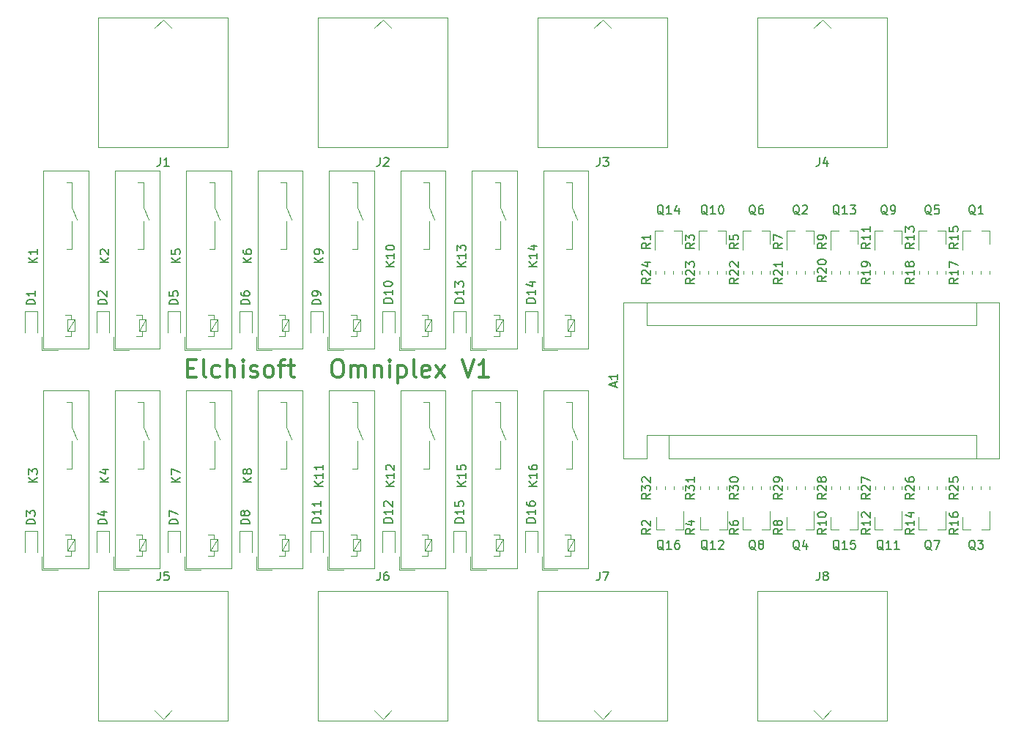
<source format=gbr>
%TF.GenerationSoftware,KiCad,Pcbnew,(5.1.6)-1*%
%TF.CreationDate,2022-02-03T11:07:05+01:00*%
%TF.ProjectId,Omniplex,4f6d6e69-706c-4657-982e-6b696361645f,rev?*%
%TF.SameCoordinates,Original*%
%TF.FileFunction,Legend,Top*%
%TF.FilePolarity,Positive*%
%FSLAX46Y46*%
G04 Gerber Fmt 4.6, Leading zero omitted, Abs format (unit mm)*
G04 Created by KiCad (PCBNEW (5.1.6)-1) date 2022-02-03 11:07:05*
%MOMM*%
%LPD*%
G01*
G04 APERTURE LIST*
%ADD10C,0.300000*%
%ADD11C,0.120000*%
%ADD12C,0.150000*%
G04 APERTURE END LIST*
D10*
X96203571Y-97964761D02*
X96584523Y-97964761D01*
X96775000Y-98060000D01*
X96965476Y-98250476D01*
X97060714Y-98631428D01*
X97060714Y-99298095D01*
X96965476Y-99679047D01*
X96775000Y-99869523D01*
X96584523Y-99964761D01*
X96203571Y-99964761D01*
X96013095Y-99869523D01*
X95822619Y-99679047D01*
X95727380Y-99298095D01*
X95727380Y-98631428D01*
X95822619Y-98250476D01*
X96013095Y-98060000D01*
X96203571Y-97964761D01*
X97917857Y-99964761D02*
X97917857Y-98631428D01*
X97917857Y-98821904D02*
X98013095Y-98726666D01*
X98203571Y-98631428D01*
X98489285Y-98631428D01*
X98679761Y-98726666D01*
X98775000Y-98917142D01*
X98775000Y-99964761D01*
X98775000Y-98917142D02*
X98870238Y-98726666D01*
X99060714Y-98631428D01*
X99346428Y-98631428D01*
X99536904Y-98726666D01*
X99632142Y-98917142D01*
X99632142Y-99964761D01*
X100584523Y-98631428D02*
X100584523Y-99964761D01*
X100584523Y-98821904D02*
X100679761Y-98726666D01*
X100870238Y-98631428D01*
X101155952Y-98631428D01*
X101346428Y-98726666D01*
X101441666Y-98917142D01*
X101441666Y-99964761D01*
X102394047Y-99964761D02*
X102394047Y-98631428D01*
X102394047Y-97964761D02*
X102298809Y-98060000D01*
X102394047Y-98155238D01*
X102489285Y-98060000D01*
X102394047Y-97964761D01*
X102394047Y-98155238D01*
X103346428Y-98631428D02*
X103346428Y-100631428D01*
X103346428Y-98726666D02*
X103536904Y-98631428D01*
X103917857Y-98631428D01*
X104108333Y-98726666D01*
X104203571Y-98821904D01*
X104298809Y-99012380D01*
X104298809Y-99583809D01*
X104203571Y-99774285D01*
X104108333Y-99869523D01*
X103917857Y-99964761D01*
X103536904Y-99964761D01*
X103346428Y-99869523D01*
X105441666Y-99964761D02*
X105251190Y-99869523D01*
X105155952Y-99679047D01*
X105155952Y-97964761D01*
X106965476Y-99869523D02*
X106775000Y-99964761D01*
X106394047Y-99964761D01*
X106203571Y-99869523D01*
X106108333Y-99679047D01*
X106108333Y-98917142D01*
X106203571Y-98726666D01*
X106394047Y-98631428D01*
X106775000Y-98631428D01*
X106965476Y-98726666D01*
X107060714Y-98917142D01*
X107060714Y-99107619D01*
X106108333Y-99298095D01*
X107727380Y-99964761D02*
X108775000Y-98631428D01*
X107727380Y-98631428D02*
X108775000Y-99964761D01*
X110775000Y-97964761D02*
X111441666Y-99964761D01*
X112108333Y-97964761D01*
X113822619Y-99964761D02*
X112679761Y-99964761D01*
X113251190Y-99964761D02*
X113251190Y-97964761D01*
X113060714Y-98250476D01*
X112870238Y-98440952D01*
X112679761Y-98536190D01*
X79042380Y-98917142D02*
X79709047Y-98917142D01*
X79994761Y-99964761D02*
X79042380Y-99964761D01*
X79042380Y-97964761D01*
X79994761Y-97964761D01*
X81137619Y-99964761D02*
X80947142Y-99869523D01*
X80851904Y-99679047D01*
X80851904Y-97964761D01*
X82756666Y-99869523D02*
X82566190Y-99964761D01*
X82185238Y-99964761D01*
X81994761Y-99869523D01*
X81899523Y-99774285D01*
X81804285Y-99583809D01*
X81804285Y-99012380D01*
X81899523Y-98821904D01*
X81994761Y-98726666D01*
X82185238Y-98631428D01*
X82566190Y-98631428D01*
X82756666Y-98726666D01*
X83613809Y-99964761D02*
X83613809Y-97964761D01*
X84470952Y-99964761D02*
X84470952Y-98917142D01*
X84375714Y-98726666D01*
X84185238Y-98631428D01*
X83899523Y-98631428D01*
X83709047Y-98726666D01*
X83613809Y-98821904D01*
X85423333Y-99964761D02*
X85423333Y-98631428D01*
X85423333Y-97964761D02*
X85328095Y-98060000D01*
X85423333Y-98155238D01*
X85518571Y-98060000D01*
X85423333Y-97964761D01*
X85423333Y-98155238D01*
X86280476Y-99869523D02*
X86470952Y-99964761D01*
X86851904Y-99964761D01*
X87042380Y-99869523D01*
X87137619Y-99679047D01*
X87137619Y-99583809D01*
X87042380Y-99393333D01*
X86851904Y-99298095D01*
X86566190Y-99298095D01*
X86375714Y-99202857D01*
X86280476Y-99012380D01*
X86280476Y-98917142D01*
X86375714Y-98726666D01*
X86566190Y-98631428D01*
X86851904Y-98631428D01*
X87042380Y-98726666D01*
X88280476Y-99964761D02*
X88090000Y-99869523D01*
X87994761Y-99774285D01*
X87899523Y-99583809D01*
X87899523Y-99012380D01*
X87994761Y-98821904D01*
X88090000Y-98726666D01*
X88280476Y-98631428D01*
X88566190Y-98631428D01*
X88756666Y-98726666D01*
X88851904Y-98821904D01*
X88947142Y-99012380D01*
X88947142Y-99583809D01*
X88851904Y-99774285D01*
X88756666Y-99869523D01*
X88566190Y-99964761D01*
X88280476Y-99964761D01*
X89518571Y-98631428D02*
X90280476Y-98631428D01*
X89804285Y-99964761D02*
X89804285Y-98250476D01*
X89899523Y-98060000D01*
X90090000Y-97964761D01*
X90280476Y-97964761D01*
X90661428Y-98631428D02*
X91423333Y-98631428D01*
X90947142Y-97964761D02*
X90947142Y-99679047D01*
X91042380Y-99869523D01*
X91232857Y-99964761D01*
X91423333Y-99964761D01*
D11*
%TO.C,D16*%
X118010000Y-117720000D02*
X118010000Y-120180000D01*
X119480000Y-117720000D02*
X118010000Y-117720000D01*
X119480000Y-120180000D02*
X119480000Y-117720000D01*
%TO.C,D15*%
X109755000Y-117720000D02*
X109755000Y-120180000D01*
X111225000Y-117720000D02*
X109755000Y-117720000D01*
X111225000Y-120180000D02*
X111225000Y-117720000D01*
%TO.C,D14*%
X118010000Y-92320000D02*
X118010000Y-94780000D01*
X119480000Y-92320000D02*
X118010000Y-92320000D01*
X119480000Y-94780000D02*
X119480000Y-92320000D01*
%TO.C,D13*%
X109755000Y-92320000D02*
X109755000Y-94780000D01*
X111225000Y-92320000D02*
X109755000Y-92320000D01*
X111225000Y-94780000D02*
X111225000Y-92320000D01*
%TO.C,D12*%
X101500000Y-117720000D02*
X101500000Y-120180000D01*
X102970000Y-117720000D02*
X101500000Y-117720000D01*
X102970000Y-120180000D02*
X102970000Y-117720000D01*
%TO.C,D11*%
X93245000Y-117720000D02*
X93245000Y-120180000D01*
X94715000Y-117720000D02*
X93245000Y-117720000D01*
X94715000Y-120180000D02*
X94715000Y-117720000D01*
%TO.C,D10*%
X101500000Y-92320000D02*
X101500000Y-94780000D01*
X102970000Y-92320000D02*
X101500000Y-92320000D01*
X102970000Y-94780000D02*
X102970000Y-92320000D01*
%TO.C,D9*%
X93245000Y-92320000D02*
X93245000Y-94780000D01*
X94715000Y-92320000D02*
X93245000Y-92320000D01*
X94715000Y-94780000D02*
X94715000Y-92320000D01*
%TO.C,D8*%
X84990000Y-117720000D02*
X84990000Y-120180000D01*
X86460000Y-117720000D02*
X84990000Y-117720000D01*
X86460000Y-120180000D02*
X86460000Y-117720000D01*
%TO.C,D7*%
X76735000Y-117720000D02*
X76735000Y-120180000D01*
X78205000Y-117720000D02*
X76735000Y-117720000D01*
X78205000Y-120180000D02*
X78205000Y-117720000D01*
%TO.C,D6*%
X84990000Y-92320000D02*
X84990000Y-94780000D01*
X86460000Y-92320000D02*
X84990000Y-92320000D01*
X86460000Y-94780000D02*
X86460000Y-92320000D01*
%TO.C,D5*%
X76735000Y-92320000D02*
X76735000Y-94780000D01*
X78205000Y-92320000D02*
X76735000Y-92320000D01*
X78205000Y-94780000D02*
X78205000Y-92320000D01*
%TO.C,D4*%
X68480000Y-117720000D02*
X68480000Y-120180000D01*
X69950000Y-117720000D02*
X68480000Y-117720000D01*
X69950000Y-120180000D02*
X69950000Y-117720000D01*
%TO.C,D3*%
X60225000Y-117720000D02*
X60225000Y-120180000D01*
X61695000Y-117720000D02*
X60225000Y-117720000D01*
X61695000Y-120180000D02*
X61695000Y-117720000D01*
%TO.C,D2*%
X68480000Y-92320000D02*
X68480000Y-94780000D01*
X69950000Y-92320000D02*
X68480000Y-92320000D01*
X69950000Y-94780000D02*
X69950000Y-92320000D01*
%TO.C,D1*%
X60225000Y-92320000D02*
X60225000Y-94780000D01*
X61695000Y-92320000D02*
X60225000Y-92320000D01*
X61695000Y-94780000D02*
X61695000Y-92320000D01*
%TO.C,J8*%
X152400000Y-139500000D02*
X151400000Y-138500000D01*
X152400000Y-139500000D02*
X153400000Y-138500000D01*
X159900000Y-124700000D02*
X159900000Y-139700000D01*
X144900000Y-124700000D02*
X159900000Y-124700000D01*
X144900000Y-139700000D02*
X144900000Y-124700000D01*
X159900000Y-139700000D02*
X144900000Y-139700000D01*
%TO.C,J7*%
X127000000Y-139500000D02*
X126000000Y-138500000D01*
X127000000Y-139500000D02*
X128000000Y-138500000D01*
X134500000Y-124700000D02*
X134500000Y-139700000D01*
X119500000Y-124700000D02*
X134500000Y-124700000D01*
X119500000Y-139700000D02*
X119500000Y-124700000D01*
X134500000Y-139700000D02*
X119500000Y-139700000D01*
%TO.C,J6*%
X101600000Y-139500000D02*
X100600000Y-138500000D01*
X101600000Y-139500000D02*
X102600000Y-138500000D01*
X109100000Y-124700000D02*
X109100000Y-139700000D01*
X94100000Y-124700000D02*
X109100000Y-124700000D01*
X94100000Y-139700000D02*
X94100000Y-124700000D01*
X109100000Y-139700000D02*
X94100000Y-139700000D01*
%TO.C,J5*%
X76200000Y-139500000D02*
X75200000Y-138500000D01*
X76200000Y-139500000D02*
X77200000Y-138500000D01*
X83700000Y-124700000D02*
X83700000Y-139700000D01*
X68700000Y-124700000D02*
X83700000Y-124700000D01*
X68700000Y-139700000D02*
X68700000Y-124700000D01*
X83700000Y-139700000D02*
X68700000Y-139700000D01*
%TO.C,J4*%
X152400000Y-58620000D02*
X153400000Y-59620000D01*
X152400000Y-58620000D02*
X151400000Y-59620000D01*
X144900000Y-73420000D02*
X144900000Y-58420000D01*
X159900000Y-73420000D02*
X144900000Y-73420000D01*
X159900000Y-58420000D02*
X159900000Y-73420000D01*
X144900000Y-58420000D02*
X159900000Y-58420000D01*
%TO.C,J3*%
X127000000Y-58620000D02*
X128000000Y-59620000D01*
X127000000Y-58620000D02*
X126000000Y-59620000D01*
X119500000Y-73420000D02*
X119500000Y-58420000D01*
X134500000Y-73420000D02*
X119500000Y-73420000D01*
X134500000Y-58420000D02*
X134500000Y-73420000D01*
X119500000Y-58420000D02*
X134500000Y-58420000D01*
%TO.C,J2*%
X101600000Y-58620000D02*
X102600000Y-59620000D01*
X101600000Y-58620000D02*
X100600000Y-59620000D01*
X94100000Y-73420000D02*
X94100000Y-58420000D01*
X109100000Y-73420000D02*
X94100000Y-73420000D01*
X109100000Y-58420000D02*
X109100000Y-73420000D01*
X94100000Y-58420000D02*
X109100000Y-58420000D01*
%TO.C,J1*%
X76200000Y-58620000D02*
X77200000Y-59620000D01*
X76200000Y-58620000D02*
X75200000Y-59620000D01*
X68700000Y-73420000D02*
X68700000Y-58420000D01*
X83700000Y-73420000D02*
X68700000Y-73420000D01*
X83700000Y-58420000D02*
X83700000Y-73420000D01*
X68700000Y-58420000D02*
X83700000Y-58420000D01*
%TO.C,K16*%
X120135000Y-101470000D02*
X120135000Y-122070000D01*
X125335000Y-101470000D02*
X120135000Y-101470000D01*
X125335000Y-122070000D02*
X125335000Y-101470000D01*
X120135000Y-122070000D02*
X125335000Y-122070000D01*
X122635000Y-120650000D02*
X123335000Y-120650000D01*
X123335000Y-120650000D02*
X123335000Y-120050000D01*
X123335000Y-120050000D02*
X122935000Y-120050000D01*
X122935000Y-120050000D02*
X122935000Y-118650000D01*
X122935000Y-118650000D02*
X123735000Y-118650000D01*
X123735000Y-118650000D02*
X123735000Y-120050000D01*
X123735000Y-120050000D02*
X123335000Y-120050000D01*
X123335000Y-118650000D02*
X123335000Y-118150000D01*
X123335000Y-118150000D02*
X122635000Y-118150000D01*
X122935000Y-120050000D02*
X123735000Y-118650000D01*
X122835000Y-102860000D02*
X123435000Y-102860000D01*
X123435000Y-102860000D02*
X123435000Y-105760000D01*
X123435000Y-105760000D02*
X124035000Y-107160000D01*
X123435000Y-107360000D02*
X123435000Y-110560000D01*
X123435000Y-110560000D02*
X122835000Y-110560000D01*
X121815000Y-122240000D02*
X119965000Y-122240000D01*
X119965000Y-122240000D02*
X119965000Y-120750000D01*
%TO.C,K15*%
X111880000Y-101470000D02*
X111880000Y-122070000D01*
X117080000Y-101470000D02*
X111880000Y-101470000D01*
X117080000Y-122070000D02*
X117080000Y-101470000D01*
X111880000Y-122070000D02*
X117080000Y-122070000D01*
X114380000Y-120650000D02*
X115080000Y-120650000D01*
X115080000Y-120650000D02*
X115080000Y-120050000D01*
X115080000Y-120050000D02*
X114680000Y-120050000D01*
X114680000Y-120050000D02*
X114680000Y-118650000D01*
X114680000Y-118650000D02*
X115480000Y-118650000D01*
X115480000Y-118650000D02*
X115480000Y-120050000D01*
X115480000Y-120050000D02*
X115080000Y-120050000D01*
X115080000Y-118650000D02*
X115080000Y-118150000D01*
X115080000Y-118150000D02*
X114380000Y-118150000D01*
X114680000Y-120050000D02*
X115480000Y-118650000D01*
X114580000Y-102860000D02*
X115180000Y-102860000D01*
X115180000Y-102860000D02*
X115180000Y-105760000D01*
X115180000Y-105760000D02*
X115780000Y-107160000D01*
X115180000Y-107360000D02*
X115180000Y-110560000D01*
X115180000Y-110560000D02*
X114580000Y-110560000D01*
X113560000Y-122240000D02*
X111710000Y-122240000D01*
X111710000Y-122240000D02*
X111710000Y-120750000D01*
%TO.C,K14*%
X120135000Y-76070000D02*
X120135000Y-96670000D01*
X125335000Y-76070000D02*
X120135000Y-76070000D01*
X125335000Y-96670000D02*
X125335000Y-76070000D01*
X120135000Y-96670000D02*
X125335000Y-96670000D01*
X122635000Y-95250000D02*
X123335000Y-95250000D01*
X123335000Y-95250000D02*
X123335000Y-94650000D01*
X123335000Y-94650000D02*
X122935000Y-94650000D01*
X122935000Y-94650000D02*
X122935000Y-93250000D01*
X122935000Y-93250000D02*
X123735000Y-93250000D01*
X123735000Y-93250000D02*
X123735000Y-94650000D01*
X123735000Y-94650000D02*
X123335000Y-94650000D01*
X123335000Y-93250000D02*
X123335000Y-92750000D01*
X123335000Y-92750000D02*
X122635000Y-92750000D01*
X122935000Y-94650000D02*
X123735000Y-93250000D01*
X122835000Y-77460000D02*
X123435000Y-77460000D01*
X123435000Y-77460000D02*
X123435000Y-80360000D01*
X123435000Y-80360000D02*
X124035000Y-81760000D01*
X123435000Y-81960000D02*
X123435000Y-85160000D01*
X123435000Y-85160000D02*
X122835000Y-85160000D01*
X121815000Y-96840000D02*
X119965000Y-96840000D01*
X119965000Y-96840000D02*
X119965000Y-95350000D01*
%TO.C,K13*%
X111880000Y-76070000D02*
X111880000Y-96670000D01*
X117080000Y-76070000D02*
X111880000Y-76070000D01*
X117080000Y-96670000D02*
X117080000Y-76070000D01*
X111880000Y-96670000D02*
X117080000Y-96670000D01*
X114380000Y-95250000D02*
X115080000Y-95250000D01*
X115080000Y-95250000D02*
X115080000Y-94650000D01*
X115080000Y-94650000D02*
X114680000Y-94650000D01*
X114680000Y-94650000D02*
X114680000Y-93250000D01*
X114680000Y-93250000D02*
X115480000Y-93250000D01*
X115480000Y-93250000D02*
X115480000Y-94650000D01*
X115480000Y-94650000D02*
X115080000Y-94650000D01*
X115080000Y-93250000D02*
X115080000Y-92750000D01*
X115080000Y-92750000D02*
X114380000Y-92750000D01*
X114680000Y-94650000D02*
X115480000Y-93250000D01*
X114580000Y-77460000D02*
X115180000Y-77460000D01*
X115180000Y-77460000D02*
X115180000Y-80360000D01*
X115180000Y-80360000D02*
X115780000Y-81760000D01*
X115180000Y-81960000D02*
X115180000Y-85160000D01*
X115180000Y-85160000D02*
X114580000Y-85160000D01*
X113560000Y-96840000D02*
X111710000Y-96840000D01*
X111710000Y-96840000D02*
X111710000Y-95350000D01*
%TO.C,K12*%
X103625000Y-101470000D02*
X103625000Y-122070000D01*
X108825000Y-101470000D02*
X103625000Y-101470000D01*
X108825000Y-122070000D02*
X108825000Y-101470000D01*
X103625000Y-122070000D02*
X108825000Y-122070000D01*
X106125000Y-120650000D02*
X106825000Y-120650000D01*
X106825000Y-120650000D02*
X106825000Y-120050000D01*
X106825000Y-120050000D02*
X106425000Y-120050000D01*
X106425000Y-120050000D02*
X106425000Y-118650000D01*
X106425000Y-118650000D02*
X107225000Y-118650000D01*
X107225000Y-118650000D02*
X107225000Y-120050000D01*
X107225000Y-120050000D02*
X106825000Y-120050000D01*
X106825000Y-118650000D02*
X106825000Y-118150000D01*
X106825000Y-118150000D02*
X106125000Y-118150000D01*
X106425000Y-120050000D02*
X107225000Y-118650000D01*
X106325000Y-102860000D02*
X106925000Y-102860000D01*
X106925000Y-102860000D02*
X106925000Y-105760000D01*
X106925000Y-105760000D02*
X107525000Y-107160000D01*
X106925000Y-107360000D02*
X106925000Y-110560000D01*
X106925000Y-110560000D02*
X106325000Y-110560000D01*
X105305000Y-122240000D02*
X103455000Y-122240000D01*
X103455000Y-122240000D02*
X103455000Y-120750000D01*
%TO.C,K11*%
X95370000Y-101470000D02*
X95370000Y-122070000D01*
X100570000Y-101470000D02*
X95370000Y-101470000D01*
X100570000Y-122070000D02*
X100570000Y-101470000D01*
X95370000Y-122070000D02*
X100570000Y-122070000D01*
X97870000Y-120650000D02*
X98570000Y-120650000D01*
X98570000Y-120650000D02*
X98570000Y-120050000D01*
X98570000Y-120050000D02*
X98170000Y-120050000D01*
X98170000Y-120050000D02*
X98170000Y-118650000D01*
X98170000Y-118650000D02*
X98970000Y-118650000D01*
X98970000Y-118650000D02*
X98970000Y-120050000D01*
X98970000Y-120050000D02*
X98570000Y-120050000D01*
X98570000Y-118650000D02*
X98570000Y-118150000D01*
X98570000Y-118150000D02*
X97870000Y-118150000D01*
X98170000Y-120050000D02*
X98970000Y-118650000D01*
X98070000Y-102860000D02*
X98670000Y-102860000D01*
X98670000Y-102860000D02*
X98670000Y-105760000D01*
X98670000Y-105760000D02*
X99270000Y-107160000D01*
X98670000Y-107360000D02*
X98670000Y-110560000D01*
X98670000Y-110560000D02*
X98070000Y-110560000D01*
X97050000Y-122240000D02*
X95200000Y-122240000D01*
X95200000Y-122240000D02*
X95200000Y-120750000D01*
%TO.C,K10*%
X103625000Y-76070000D02*
X103625000Y-96670000D01*
X108825000Y-76070000D02*
X103625000Y-76070000D01*
X108825000Y-96670000D02*
X108825000Y-76070000D01*
X103625000Y-96670000D02*
X108825000Y-96670000D01*
X106125000Y-95250000D02*
X106825000Y-95250000D01*
X106825000Y-95250000D02*
X106825000Y-94650000D01*
X106825000Y-94650000D02*
X106425000Y-94650000D01*
X106425000Y-94650000D02*
X106425000Y-93250000D01*
X106425000Y-93250000D02*
X107225000Y-93250000D01*
X107225000Y-93250000D02*
X107225000Y-94650000D01*
X107225000Y-94650000D02*
X106825000Y-94650000D01*
X106825000Y-93250000D02*
X106825000Y-92750000D01*
X106825000Y-92750000D02*
X106125000Y-92750000D01*
X106425000Y-94650000D02*
X107225000Y-93250000D01*
X106325000Y-77460000D02*
X106925000Y-77460000D01*
X106925000Y-77460000D02*
X106925000Y-80360000D01*
X106925000Y-80360000D02*
X107525000Y-81760000D01*
X106925000Y-81960000D02*
X106925000Y-85160000D01*
X106925000Y-85160000D02*
X106325000Y-85160000D01*
X105305000Y-96840000D02*
X103455000Y-96840000D01*
X103455000Y-96840000D02*
X103455000Y-95350000D01*
%TO.C,K9*%
X95370000Y-76070000D02*
X95370000Y-96670000D01*
X100570000Y-76070000D02*
X95370000Y-76070000D01*
X100570000Y-96670000D02*
X100570000Y-76070000D01*
X95370000Y-96670000D02*
X100570000Y-96670000D01*
X97870000Y-95250000D02*
X98570000Y-95250000D01*
X98570000Y-95250000D02*
X98570000Y-94650000D01*
X98570000Y-94650000D02*
X98170000Y-94650000D01*
X98170000Y-94650000D02*
X98170000Y-93250000D01*
X98170000Y-93250000D02*
X98970000Y-93250000D01*
X98970000Y-93250000D02*
X98970000Y-94650000D01*
X98970000Y-94650000D02*
X98570000Y-94650000D01*
X98570000Y-93250000D02*
X98570000Y-92750000D01*
X98570000Y-92750000D02*
X97870000Y-92750000D01*
X98170000Y-94650000D02*
X98970000Y-93250000D01*
X98070000Y-77460000D02*
X98670000Y-77460000D01*
X98670000Y-77460000D02*
X98670000Y-80360000D01*
X98670000Y-80360000D02*
X99270000Y-81760000D01*
X98670000Y-81960000D02*
X98670000Y-85160000D01*
X98670000Y-85160000D02*
X98070000Y-85160000D01*
X97050000Y-96840000D02*
X95200000Y-96840000D01*
X95200000Y-96840000D02*
X95200000Y-95350000D01*
%TO.C,K8*%
X87115000Y-101470000D02*
X87115000Y-122070000D01*
X92315000Y-101470000D02*
X87115000Y-101470000D01*
X92315000Y-122070000D02*
X92315000Y-101470000D01*
X87115000Y-122070000D02*
X92315000Y-122070000D01*
X89615000Y-120650000D02*
X90315000Y-120650000D01*
X90315000Y-120650000D02*
X90315000Y-120050000D01*
X90315000Y-120050000D02*
X89915000Y-120050000D01*
X89915000Y-120050000D02*
X89915000Y-118650000D01*
X89915000Y-118650000D02*
X90715000Y-118650000D01*
X90715000Y-118650000D02*
X90715000Y-120050000D01*
X90715000Y-120050000D02*
X90315000Y-120050000D01*
X90315000Y-118650000D02*
X90315000Y-118150000D01*
X90315000Y-118150000D02*
X89615000Y-118150000D01*
X89915000Y-120050000D02*
X90715000Y-118650000D01*
X89815000Y-102860000D02*
X90415000Y-102860000D01*
X90415000Y-102860000D02*
X90415000Y-105760000D01*
X90415000Y-105760000D02*
X91015000Y-107160000D01*
X90415000Y-107360000D02*
X90415000Y-110560000D01*
X90415000Y-110560000D02*
X89815000Y-110560000D01*
X88795000Y-122240000D02*
X86945000Y-122240000D01*
X86945000Y-122240000D02*
X86945000Y-120750000D01*
%TO.C,K7*%
X78860000Y-101470000D02*
X78860000Y-122070000D01*
X84060000Y-101470000D02*
X78860000Y-101470000D01*
X84060000Y-122070000D02*
X84060000Y-101470000D01*
X78860000Y-122070000D02*
X84060000Y-122070000D01*
X81360000Y-120650000D02*
X82060000Y-120650000D01*
X82060000Y-120650000D02*
X82060000Y-120050000D01*
X82060000Y-120050000D02*
X81660000Y-120050000D01*
X81660000Y-120050000D02*
X81660000Y-118650000D01*
X81660000Y-118650000D02*
X82460000Y-118650000D01*
X82460000Y-118650000D02*
X82460000Y-120050000D01*
X82460000Y-120050000D02*
X82060000Y-120050000D01*
X82060000Y-118650000D02*
X82060000Y-118150000D01*
X82060000Y-118150000D02*
X81360000Y-118150000D01*
X81660000Y-120050000D02*
X82460000Y-118650000D01*
X81560000Y-102860000D02*
X82160000Y-102860000D01*
X82160000Y-102860000D02*
X82160000Y-105760000D01*
X82160000Y-105760000D02*
X82760000Y-107160000D01*
X82160000Y-107360000D02*
X82160000Y-110560000D01*
X82160000Y-110560000D02*
X81560000Y-110560000D01*
X80540000Y-122240000D02*
X78690000Y-122240000D01*
X78690000Y-122240000D02*
X78690000Y-120750000D01*
%TO.C,K6*%
X87115000Y-76070000D02*
X87115000Y-96670000D01*
X92315000Y-76070000D02*
X87115000Y-76070000D01*
X92315000Y-96670000D02*
X92315000Y-76070000D01*
X87115000Y-96670000D02*
X92315000Y-96670000D01*
X89615000Y-95250000D02*
X90315000Y-95250000D01*
X90315000Y-95250000D02*
X90315000Y-94650000D01*
X90315000Y-94650000D02*
X89915000Y-94650000D01*
X89915000Y-94650000D02*
X89915000Y-93250000D01*
X89915000Y-93250000D02*
X90715000Y-93250000D01*
X90715000Y-93250000D02*
X90715000Y-94650000D01*
X90715000Y-94650000D02*
X90315000Y-94650000D01*
X90315000Y-93250000D02*
X90315000Y-92750000D01*
X90315000Y-92750000D02*
X89615000Y-92750000D01*
X89915000Y-94650000D02*
X90715000Y-93250000D01*
X89815000Y-77460000D02*
X90415000Y-77460000D01*
X90415000Y-77460000D02*
X90415000Y-80360000D01*
X90415000Y-80360000D02*
X91015000Y-81760000D01*
X90415000Y-81960000D02*
X90415000Y-85160000D01*
X90415000Y-85160000D02*
X89815000Y-85160000D01*
X88795000Y-96840000D02*
X86945000Y-96840000D01*
X86945000Y-96840000D02*
X86945000Y-95350000D01*
%TO.C,K5*%
X78860000Y-76070000D02*
X78860000Y-96670000D01*
X84060000Y-76070000D02*
X78860000Y-76070000D01*
X84060000Y-96670000D02*
X84060000Y-76070000D01*
X78860000Y-96670000D02*
X84060000Y-96670000D01*
X81360000Y-95250000D02*
X82060000Y-95250000D01*
X82060000Y-95250000D02*
X82060000Y-94650000D01*
X82060000Y-94650000D02*
X81660000Y-94650000D01*
X81660000Y-94650000D02*
X81660000Y-93250000D01*
X81660000Y-93250000D02*
X82460000Y-93250000D01*
X82460000Y-93250000D02*
X82460000Y-94650000D01*
X82460000Y-94650000D02*
X82060000Y-94650000D01*
X82060000Y-93250000D02*
X82060000Y-92750000D01*
X82060000Y-92750000D02*
X81360000Y-92750000D01*
X81660000Y-94650000D02*
X82460000Y-93250000D01*
X81560000Y-77460000D02*
X82160000Y-77460000D01*
X82160000Y-77460000D02*
X82160000Y-80360000D01*
X82160000Y-80360000D02*
X82760000Y-81760000D01*
X82160000Y-81960000D02*
X82160000Y-85160000D01*
X82160000Y-85160000D02*
X81560000Y-85160000D01*
X80540000Y-96840000D02*
X78690000Y-96840000D01*
X78690000Y-96840000D02*
X78690000Y-95350000D01*
%TO.C,K4*%
X70605000Y-101470000D02*
X70605000Y-122070000D01*
X75805000Y-101470000D02*
X70605000Y-101470000D01*
X75805000Y-122070000D02*
X75805000Y-101470000D01*
X70605000Y-122070000D02*
X75805000Y-122070000D01*
X73105000Y-120650000D02*
X73805000Y-120650000D01*
X73805000Y-120650000D02*
X73805000Y-120050000D01*
X73805000Y-120050000D02*
X73405000Y-120050000D01*
X73405000Y-120050000D02*
X73405000Y-118650000D01*
X73405000Y-118650000D02*
X74205000Y-118650000D01*
X74205000Y-118650000D02*
X74205000Y-120050000D01*
X74205000Y-120050000D02*
X73805000Y-120050000D01*
X73805000Y-118650000D02*
X73805000Y-118150000D01*
X73805000Y-118150000D02*
X73105000Y-118150000D01*
X73405000Y-120050000D02*
X74205000Y-118650000D01*
X73305000Y-102860000D02*
X73905000Y-102860000D01*
X73905000Y-102860000D02*
X73905000Y-105760000D01*
X73905000Y-105760000D02*
X74505000Y-107160000D01*
X73905000Y-107360000D02*
X73905000Y-110560000D01*
X73905000Y-110560000D02*
X73305000Y-110560000D01*
X72285000Y-122240000D02*
X70435000Y-122240000D01*
X70435000Y-122240000D02*
X70435000Y-120750000D01*
%TO.C,K3*%
X62350000Y-101470000D02*
X62350000Y-122070000D01*
X67550000Y-101470000D02*
X62350000Y-101470000D01*
X67550000Y-122070000D02*
X67550000Y-101470000D01*
X62350000Y-122070000D02*
X67550000Y-122070000D01*
X64850000Y-120650000D02*
X65550000Y-120650000D01*
X65550000Y-120650000D02*
X65550000Y-120050000D01*
X65550000Y-120050000D02*
X65150000Y-120050000D01*
X65150000Y-120050000D02*
X65150000Y-118650000D01*
X65150000Y-118650000D02*
X65950000Y-118650000D01*
X65950000Y-118650000D02*
X65950000Y-120050000D01*
X65950000Y-120050000D02*
X65550000Y-120050000D01*
X65550000Y-118650000D02*
X65550000Y-118150000D01*
X65550000Y-118150000D02*
X64850000Y-118150000D01*
X65150000Y-120050000D02*
X65950000Y-118650000D01*
X65050000Y-102860000D02*
X65650000Y-102860000D01*
X65650000Y-102860000D02*
X65650000Y-105760000D01*
X65650000Y-105760000D02*
X66250000Y-107160000D01*
X65650000Y-107360000D02*
X65650000Y-110560000D01*
X65650000Y-110560000D02*
X65050000Y-110560000D01*
X64030000Y-122240000D02*
X62180000Y-122240000D01*
X62180000Y-122240000D02*
X62180000Y-120750000D01*
%TO.C,K2*%
X70605000Y-76070000D02*
X70605000Y-96670000D01*
X75805000Y-76070000D02*
X70605000Y-76070000D01*
X75805000Y-96670000D02*
X75805000Y-76070000D01*
X70605000Y-96670000D02*
X75805000Y-96670000D01*
X73105000Y-95250000D02*
X73805000Y-95250000D01*
X73805000Y-95250000D02*
X73805000Y-94650000D01*
X73805000Y-94650000D02*
X73405000Y-94650000D01*
X73405000Y-94650000D02*
X73405000Y-93250000D01*
X73405000Y-93250000D02*
X74205000Y-93250000D01*
X74205000Y-93250000D02*
X74205000Y-94650000D01*
X74205000Y-94650000D02*
X73805000Y-94650000D01*
X73805000Y-93250000D02*
X73805000Y-92750000D01*
X73805000Y-92750000D02*
X73105000Y-92750000D01*
X73405000Y-94650000D02*
X74205000Y-93250000D01*
X73305000Y-77460000D02*
X73905000Y-77460000D01*
X73905000Y-77460000D02*
X73905000Y-80360000D01*
X73905000Y-80360000D02*
X74505000Y-81760000D01*
X73905000Y-81960000D02*
X73905000Y-85160000D01*
X73905000Y-85160000D02*
X73305000Y-85160000D01*
X72285000Y-96840000D02*
X70435000Y-96840000D01*
X70435000Y-96840000D02*
X70435000Y-95350000D01*
%TO.C,K1*%
X62350000Y-76070000D02*
X62350000Y-96670000D01*
X67550000Y-76070000D02*
X62350000Y-76070000D01*
X67550000Y-96670000D02*
X67550000Y-76070000D01*
X62350000Y-96670000D02*
X67550000Y-96670000D01*
X64850000Y-95250000D02*
X65550000Y-95250000D01*
X65550000Y-95250000D02*
X65550000Y-94650000D01*
X65550000Y-94650000D02*
X65150000Y-94650000D01*
X65150000Y-94650000D02*
X65150000Y-93250000D01*
X65150000Y-93250000D02*
X65950000Y-93250000D01*
X65950000Y-93250000D02*
X65950000Y-94650000D01*
X65950000Y-94650000D02*
X65550000Y-94650000D01*
X65550000Y-93250000D02*
X65550000Y-92750000D01*
X65550000Y-92750000D02*
X64850000Y-92750000D01*
X65150000Y-94650000D02*
X65950000Y-93250000D01*
X65050000Y-77460000D02*
X65650000Y-77460000D01*
X65650000Y-77460000D02*
X65650000Y-80360000D01*
X65650000Y-80360000D02*
X66250000Y-81760000D01*
X65650000Y-81960000D02*
X65650000Y-85160000D01*
X65650000Y-85160000D02*
X65050000Y-85160000D01*
X64030000Y-96840000D02*
X62180000Y-96840000D01*
X62180000Y-96840000D02*
X62180000Y-95350000D01*
%TO.C,R32*%
X135253000Y-112947267D02*
X135253000Y-112604733D01*
X136273000Y-112947267D02*
X136273000Y-112604733D01*
%TO.C,R31*%
X140333000Y-112947267D02*
X140333000Y-112604733D01*
X141353000Y-112947267D02*
X141353000Y-112604733D01*
%TO.C,R30*%
X145286000Y-112947267D02*
X145286000Y-112604733D01*
X146306000Y-112947267D02*
X146306000Y-112604733D01*
%TO.C,R29*%
X150366000Y-112947267D02*
X150366000Y-112604733D01*
X151386000Y-112947267D02*
X151386000Y-112604733D01*
%TO.C,R28*%
X155446000Y-112947267D02*
X155446000Y-112604733D01*
X156466000Y-112947267D02*
X156466000Y-112604733D01*
%TO.C,R27*%
X160526000Y-112947267D02*
X160526000Y-112604733D01*
X161546000Y-112947267D02*
X161546000Y-112604733D01*
%TO.C,R26*%
X165606000Y-112947267D02*
X165606000Y-112604733D01*
X166626000Y-112947267D02*
X166626000Y-112604733D01*
%TO.C,R25*%
X170686000Y-112947267D02*
X170686000Y-112604733D01*
X171706000Y-112947267D02*
X171706000Y-112604733D01*
%TO.C,R24*%
X134114000Y-87712733D02*
X134114000Y-88055267D01*
X133094000Y-87712733D02*
X133094000Y-88055267D01*
%TO.C,R23*%
X139194000Y-87712733D02*
X139194000Y-88055267D01*
X138174000Y-87712733D02*
X138174000Y-88055267D01*
%TO.C,R22*%
X144274000Y-87712733D02*
X144274000Y-88055267D01*
X143254000Y-87712733D02*
X143254000Y-88055267D01*
%TO.C,R21*%
X149354000Y-87712733D02*
X149354000Y-88055267D01*
X148334000Y-87712733D02*
X148334000Y-88055267D01*
%TO.C,R20*%
X153414000Y-87712733D02*
X153414000Y-88055267D01*
X154434000Y-87712733D02*
X154434000Y-88055267D01*
%TO.C,R19*%
X159514000Y-87712733D02*
X159514000Y-88055267D01*
X158494000Y-87712733D02*
X158494000Y-88055267D01*
%TO.C,R18*%
X164594000Y-87712733D02*
X164594000Y-88055267D01*
X163574000Y-87712733D02*
X163574000Y-88055267D01*
%TO.C,R17*%
X169674000Y-87712733D02*
X169674000Y-88055267D01*
X168654000Y-87712733D02*
X168654000Y-88055267D01*
%TO.C,R16*%
X169674000Y-112604733D02*
X169674000Y-112947267D01*
X168654000Y-112604733D02*
X168654000Y-112947267D01*
%TO.C,R15*%
X171706000Y-88055267D02*
X171706000Y-87712733D01*
X170686000Y-88055267D02*
X170686000Y-87712733D01*
%TO.C,R14*%
X164594000Y-112604733D02*
X164594000Y-112947267D01*
X163574000Y-112604733D02*
X163574000Y-112947267D01*
%TO.C,R13*%
X166626000Y-88055267D02*
X166626000Y-87712733D01*
X165606000Y-88055267D02*
X165606000Y-87712733D01*
%TO.C,R12*%
X159514000Y-112604733D02*
X159514000Y-112947267D01*
X158494000Y-112604733D02*
X158494000Y-112947267D01*
%TO.C,R11*%
X161546000Y-88055267D02*
X161546000Y-87712733D01*
X160526000Y-88055267D02*
X160526000Y-87712733D01*
%TO.C,R10*%
X154434000Y-112604733D02*
X154434000Y-112947267D01*
X153414000Y-112604733D02*
X153414000Y-112947267D01*
%TO.C,R9*%
X155446000Y-88055267D02*
X155446000Y-87712733D01*
X156466000Y-88055267D02*
X156466000Y-87712733D01*
%TO.C,R8*%
X149354000Y-112604733D02*
X149354000Y-112947267D01*
X148334000Y-112604733D02*
X148334000Y-112947267D01*
%TO.C,R7*%
X151386000Y-88055267D02*
X151386000Y-87712733D01*
X150366000Y-88055267D02*
X150366000Y-87712733D01*
%TO.C,R6*%
X144274000Y-112604733D02*
X144274000Y-112947267D01*
X143254000Y-112604733D02*
X143254000Y-112947267D01*
%TO.C,R5*%
X146306000Y-88055267D02*
X146306000Y-87712733D01*
X145286000Y-88055267D02*
X145286000Y-87712733D01*
%TO.C,R4*%
X139321000Y-112604733D02*
X139321000Y-112947267D01*
X138301000Y-112604733D02*
X138301000Y-112947267D01*
%TO.C,R3*%
X141226000Y-88055267D02*
X141226000Y-87712733D01*
X140206000Y-88055267D02*
X140206000Y-87712733D01*
%TO.C,R2*%
X134241000Y-112604733D02*
X134241000Y-112947267D01*
X133221000Y-112604733D02*
X133221000Y-112947267D01*
%TO.C,R1*%
X136146000Y-88055267D02*
X136146000Y-87712733D01*
X135126000Y-88055267D02*
X135126000Y-87712733D01*
%TO.C,Q16*%
X133167000Y-117600000D02*
X134097000Y-117600000D01*
X136327000Y-117600000D02*
X135397000Y-117600000D01*
X136327000Y-117600000D02*
X136327000Y-115440000D01*
X133167000Y-117600000D02*
X133167000Y-116140000D01*
%TO.C,Q15*%
X153360000Y-117600000D02*
X154290000Y-117600000D01*
X156520000Y-117600000D02*
X155590000Y-117600000D01*
X156520000Y-117600000D02*
X156520000Y-115440000D01*
X153360000Y-117600000D02*
X153360000Y-116140000D01*
%TO.C,Q14*%
X136200000Y-83060000D02*
X135270000Y-83060000D01*
X133040000Y-83060000D02*
X133970000Y-83060000D01*
X133040000Y-83060000D02*
X133040000Y-85220000D01*
X136200000Y-83060000D02*
X136200000Y-84520000D01*
%TO.C,Q13*%
X156520000Y-83060000D02*
X156520000Y-84520000D01*
X153360000Y-83060000D02*
X153360000Y-85220000D01*
X153360000Y-83060000D02*
X154290000Y-83060000D01*
X156520000Y-83060000D02*
X155590000Y-83060000D01*
%TO.C,Q12*%
X138247000Y-117616000D02*
X139177000Y-117616000D01*
X141407000Y-117616000D02*
X140477000Y-117616000D01*
X141407000Y-117616000D02*
X141407000Y-115456000D01*
X138247000Y-117616000D02*
X138247000Y-116156000D01*
%TO.C,Q11*%
X158440000Y-117600000D02*
X159370000Y-117600000D01*
X161600000Y-117600000D02*
X160670000Y-117600000D01*
X161600000Y-117600000D02*
X161600000Y-115440000D01*
X158440000Y-117600000D02*
X158440000Y-116140000D01*
%TO.C,Q10*%
X141280000Y-83060000D02*
X140350000Y-83060000D01*
X138120000Y-83060000D02*
X139050000Y-83060000D01*
X138120000Y-83060000D02*
X138120000Y-85220000D01*
X141280000Y-83060000D02*
X141280000Y-84520000D01*
%TO.C,Q9*%
X161600000Y-83060000D02*
X160670000Y-83060000D01*
X158440000Y-83060000D02*
X159370000Y-83060000D01*
X158440000Y-83060000D02*
X158440000Y-85220000D01*
X161600000Y-83060000D02*
X161600000Y-84520000D01*
%TO.C,Q8*%
X143200000Y-117600000D02*
X144130000Y-117600000D01*
X146360000Y-117600000D02*
X145430000Y-117600000D01*
X146360000Y-117600000D02*
X146360000Y-115440000D01*
X143200000Y-117600000D02*
X143200000Y-116140000D01*
%TO.C,Q7*%
X163520000Y-117616000D02*
X164450000Y-117616000D01*
X166680000Y-117616000D02*
X165750000Y-117616000D01*
X166680000Y-117616000D02*
X166680000Y-115456000D01*
X163520000Y-117616000D02*
X163520000Y-116156000D01*
%TO.C,Q6*%
X146360000Y-83060000D02*
X145430000Y-83060000D01*
X143200000Y-83060000D02*
X144130000Y-83060000D01*
X143200000Y-83060000D02*
X143200000Y-85220000D01*
X146360000Y-83060000D02*
X146360000Y-84520000D01*
%TO.C,Q5*%
X166680000Y-83060000D02*
X165750000Y-83060000D01*
X163520000Y-83060000D02*
X164450000Y-83060000D01*
X163520000Y-83060000D02*
X163520000Y-85220000D01*
X166680000Y-83060000D02*
X166680000Y-84520000D01*
%TO.C,Q4*%
X148280000Y-117600000D02*
X149210000Y-117600000D01*
X151440000Y-117600000D02*
X150510000Y-117600000D01*
X151440000Y-117600000D02*
X151440000Y-115440000D01*
X148280000Y-117600000D02*
X148280000Y-116140000D01*
%TO.C,Q3*%
X168600000Y-117600000D02*
X169530000Y-117600000D01*
X171760000Y-117600000D02*
X170830000Y-117600000D01*
X171760000Y-117600000D02*
X171760000Y-115440000D01*
X168600000Y-117600000D02*
X168600000Y-116140000D01*
%TO.C,Q2*%
X151440000Y-83060000D02*
X150510000Y-83060000D01*
X148280000Y-83060000D02*
X149210000Y-83060000D01*
X148280000Y-83060000D02*
X148280000Y-85220000D01*
X151440000Y-83060000D02*
X151440000Y-84520000D01*
%TO.C,Q1*%
X171760000Y-83060000D02*
X170830000Y-83060000D01*
X168600000Y-83060000D02*
X169530000Y-83060000D01*
X168600000Y-83060000D02*
X168600000Y-85220000D01*
X171760000Y-83060000D02*
X171760000Y-84520000D01*
%TO.C,A1*%
X134620000Y-106680000D02*
X132080000Y-106680000D01*
X132080000Y-106680000D02*
X132080000Y-109350000D01*
X134620000Y-109350000D02*
X172850000Y-109350000D01*
X129410000Y-109350000D02*
X132080000Y-109350000D01*
X132080000Y-93980000D02*
X132080000Y-91310000D01*
X132080000Y-93980000D02*
X170180000Y-93980000D01*
X170180000Y-93980000D02*
X170180000Y-91310000D01*
X134620000Y-106680000D02*
X134620000Y-109350000D01*
X134620000Y-106680000D02*
X170180000Y-106680000D01*
X170180000Y-106680000D02*
X170180000Y-109350000D01*
X172850000Y-109350000D02*
X172850000Y-91310000D01*
X172850000Y-91310000D02*
X129410000Y-91310000D01*
X129410000Y-91310000D02*
X129410000Y-109350000D01*
%TO.C,D16*%
D12*
X119197380Y-116784285D02*
X118197380Y-116784285D01*
X118197380Y-116546190D01*
X118245000Y-116403333D01*
X118340238Y-116308095D01*
X118435476Y-116260476D01*
X118625952Y-116212857D01*
X118768809Y-116212857D01*
X118959285Y-116260476D01*
X119054523Y-116308095D01*
X119149761Y-116403333D01*
X119197380Y-116546190D01*
X119197380Y-116784285D01*
X119197380Y-115260476D02*
X119197380Y-115831904D01*
X119197380Y-115546190D02*
X118197380Y-115546190D01*
X118340238Y-115641428D01*
X118435476Y-115736666D01*
X118483095Y-115831904D01*
X118197380Y-114403333D02*
X118197380Y-114593809D01*
X118245000Y-114689047D01*
X118292619Y-114736666D01*
X118435476Y-114831904D01*
X118625952Y-114879523D01*
X119006904Y-114879523D01*
X119102142Y-114831904D01*
X119149761Y-114784285D01*
X119197380Y-114689047D01*
X119197380Y-114498571D01*
X119149761Y-114403333D01*
X119102142Y-114355714D01*
X119006904Y-114308095D01*
X118768809Y-114308095D01*
X118673571Y-114355714D01*
X118625952Y-114403333D01*
X118578333Y-114498571D01*
X118578333Y-114689047D01*
X118625952Y-114784285D01*
X118673571Y-114831904D01*
X118768809Y-114879523D01*
%TO.C,D15*%
X110942380Y-116784285D02*
X109942380Y-116784285D01*
X109942380Y-116546190D01*
X109990000Y-116403333D01*
X110085238Y-116308095D01*
X110180476Y-116260476D01*
X110370952Y-116212857D01*
X110513809Y-116212857D01*
X110704285Y-116260476D01*
X110799523Y-116308095D01*
X110894761Y-116403333D01*
X110942380Y-116546190D01*
X110942380Y-116784285D01*
X110942380Y-115260476D02*
X110942380Y-115831904D01*
X110942380Y-115546190D02*
X109942380Y-115546190D01*
X110085238Y-115641428D01*
X110180476Y-115736666D01*
X110228095Y-115831904D01*
X109942380Y-114355714D02*
X109942380Y-114831904D01*
X110418571Y-114879523D01*
X110370952Y-114831904D01*
X110323333Y-114736666D01*
X110323333Y-114498571D01*
X110370952Y-114403333D01*
X110418571Y-114355714D01*
X110513809Y-114308095D01*
X110751904Y-114308095D01*
X110847142Y-114355714D01*
X110894761Y-114403333D01*
X110942380Y-114498571D01*
X110942380Y-114736666D01*
X110894761Y-114831904D01*
X110847142Y-114879523D01*
%TO.C,D14*%
X119197380Y-91384285D02*
X118197380Y-91384285D01*
X118197380Y-91146190D01*
X118245000Y-91003333D01*
X118340238Y-90908095D01*
X118435476Y-90860476D01*
X118625952Y-90812857D01*
X118768809Y-90812857D01*
X118959285Y-90860476D01*
X119054523Y-90908095D01*
X119149761Y-91003333D01*
X119197380Y-91146190D01*
X119197380Y-91384285D01*
X119197380Y-89860476D02*
X119197380Y-90431904D01*
X119197380Y-90146190D02*
X118197380Y-90146190D01*
X118340238Y-90241428D01*
X118435476Y-90336666D01*
X118483095Y-90431904D01*
X118530714Y-89003333D02*
X119197380Y-89003333D01*
X118149761Y-89241428D02*
X118864047Y-89479523D01*
X118864047Y-88860476D01*
%TO.C,D13*%
X110942380Y-91384285D02*
X109942380Y-91384285D01*
X109942380Y-91146190D01*
X109990000Y-91003333D01*
X110085238Y-90908095D01*
X110180476Y-90860476D01*
X110370952Y-90812857D01*
X110513809Y-90812857D01*
X110704285Y-90860476D01*
X110799523Y-90908095D01*
X110894761Y-91003333D01*
X110942380Y-91146190D01*
X110942380Y-91384285D01*
X110942380Y-89860476D02*
X110942380Y-90431904D01*
X110942380Y-90146190D02*
X109942380Y-90146190D01*
X110085238Y-90241428D01*
X110180476Y-90336666D01*
X110228095Y-90431904D01*
X109942380Y-89527142D02*
X109942380Y-88908095D01*
X110323333Y-89241428D01*
X110323333Y-89098571D01*
X110370952Y-89003333D01*
X110418571Y-88955714D01*
X110513809Y-88908095D01*
X110751904Y-88908095D01*
X110847142Y-88955714D01*
X110894761Y-89003333D01*
X110942380Y-89098571D01*
X110942380Y-89384285D01*
X110894761Y-89479523D01*
X110847142Y-89527142D01*
%TO.C,D12*%
X102687380Y-116784285D02*
X101687380Y-116784285D01*
X101687380Y-116546190D01*
X101735000Y-116403333D01*
X101830238Y-116308095D01*
X101925476Y-116260476D01*
X102115952Y-116212857D01*
X102258809Y-116212857D01*
X102449285Y-116260476D01*
X102544523Y-116308095D01*
X102639761Y-116403333D01*
X102687380Y-116546190D01*
X102687380Y-116784285D01*
X102687380Y-115260476D02*
X102687380Y-115831904D01*
X102687380Y-115546190D02*
X101687380Y-115546190D01*
X101830238Y-115641428D01*
X101925476Y-115736666D01*
X101973095Y-115831904D01*
X101782619Y-114879523D02*
X101735000Y-114831904D01*
X101687380Y-114736666D01*
X101687380Y-114498571D01*
X101735000Y-114403333D01*
X101782619Y-114355714D01*
X101877857Y-114308095D01*
X101973095Y-114308095D01*
X102115952Y-114355714D01*
X102687380Y-114927142D01*
X102687380Y-114308095D01*
%TO.C,D11*%
X94432380Y-116784285D02*
X93432380Y-116784285D01*
X93432380Y-116546190D01*
X93480000Y-116403333D01*
X93575238Y-116308095D01*
X93670476Y-116260476D01*
X93860952Y-116212857D01*
X94003809Y-116212857D01*
X94194285Y-116260476D01*
X94289523Y-116308095D01*
X94384761Y-116403333D01*
X94432380Y-116546190D01*
X94432380Y-116784285D01*
X94432380Y-115260476D02*
X94432380Y-115831904D01*
X94432380Y-115546190D02*
X93432380Y-115546190D01*
X93575238Y-115641428D01*
X93670476Y-115736666D01*
X93718095Y-115831904D01*
X94432380Y-114308095D02*
X94432380Y-114879523D01*
X94432380Y-114593809D02*
X93432380Y-114593809D01*
X93575238Y-114689047D01*
X93670476Y-114784285D01*
X93718095Y-114879523D01*
%TO.C,D10*%
X102687380Y-91384285D02*
X101687380Y-91384285D01*
X101687380Y-91146190D01*
X101735000Y-91003333D01*
X101830238Y-90908095D01*
X101925476Y-90860476D01*
X102115952Y-90812857D01*
X102258809Y-90812857D01*
X102449285Y-90860476D01*
X102544523Y-90908095D01*
X102639761Y-91003333D01*
X102687380Y-91146190D01*
X102687380Y-91384285D01*
X102687380Y-89860476D02*
X102687380Y-90431904D01*
X102687380Y-90146190D02*
X101687380Y-90146190D01*
X101830238Y-90241428D01*
X101925476Y-90336666D01*
X101973095Y-90431904D01*
X101687380Y-89241428D02*
X101687380Y-89146190D01*
X101735000Y-89050952D01*
X101782619Y-89003333D01*
X101877857Y-88955714D01*
X102068333Y-88908095D01*
X102306428Y-88908095D01*
X102496904Y-88955714D01*
X102592142Y-89003333D01*
X102639761Y-89050952D01*
X102687380Y-89146190D01*
X102687380Y-89241428D01*
X102639761Y-89336666D01*
X102592142Y-89384285D01*
X102496904Y-89431904D01*
X102306428Y-89479523D01*
X102068333Y-89479523D01*
X101877857Y-89431904D01*
X101782619Y-89384285D01*
X101735000Y-89336666D01*
X101687380Y-89241428D01*
%TO.C,D9*%
X94432380Y-91543095D02*
X93432380Y-91543095D01*
X93432380Y-91305000D01*
X93480000Y-91162142D01*
X93575238Y-91066904D01*
X93670476Y-91019285D01*
X93860952Y-90971666D01*
X94003809Y-90971666D01*
X94194285Y-91019285D01*
X94289523Y-91066904D01*
X94384761Y-91162142D01*
X94432380Y-91305000D01*
X94432380Y-91543095D01*
X94432380Y-90495476D02*
X94432380Y-90305000D01*
X94384761Y-90209761D01*
X94337142Y-90162142D01*
X94194285Y-90066904D01*
X94003809Y-90019285D01*
X93622857Y-90019285D01*
X93527619Y-90066904D01*
X93480000Y-90114523D01*
X93432380Y-90209761D01*
X93432380Y-90400238D01*
X93480000Y-90495476D01*
X93527619Y-90543095D01*
X93622857Y-90590714D01*
X93860952Y-90590714D01*
X93956190Y-90543095D01*
X94003809Y-90495476D01*
X94051428Y-90400238D01*
X94051428Y-90209761D01*
X94003809Y-90114523D01*
X93956190Y-90066904D01*
X93860952Y-90019285D01*
%TO.C,D8*%
X86177380Y-116943095D02*
X85177380Y-116943095D01*
X85177380Y-116705000D01*
X85225000Y-116562142D01*
X85320238Y-116466904D01*
X85415476Y-116419285D01*
X85605952Y-116371666D01*
X85748809Y-116371666D01*
X85939285Y-116419285D01*
X86034523Y-116466904D01*
X86129761Y-116562142D01*
X86177380Y-116705000D01*
X86177380Y-116943095D01*
X85605952Y-115800238D02*
X85558333Y-115895476D01*
X85510714Y-115943095D01*
X85415476Y-115990714D01*
X85367857Y-115990714D01*
X85272619Y-115943095D01*
X85225000Y-115895476D01*
X85177380Y-115800238D01*
X85177380Y-115609761D01*
X85225000Y-115514523D01*
X85272619Y-115466904D01*
X85367857Y-115419285D01*
X85415476Y-115419285D01*
X85510714Y-115466904D01*
X85558333Y-115514523D01*
X85605952Y-115609761D01*
X85605952Y-115800238D01*
X85653571Y-115895476D01*
X85701190Y-115943095D01*
X85796428Y-115990714D01*
X85986904Y-115990714D01*
X86082142Y-115943095D01*
X86129761Y-115895476D01*
X86177380Y-115800238D01*
X86177380Y-115609761D01*
X86129761Y-115514523D01*
X86082142Y-115466904D01*
X85986904Y-115419285D01*
X85796428Y-115419285D01*
X85701190Y-115466904D01*
X85653571Y-115514523D01*
X85605952Y-115609761D01*
%TO.C,D7*%
X77922380Y-116943095D02*
X76922380Y-116943095D01*
X76922380Y-116705000D01*
X76970000Y-116562142D01*
X77065238Y-116466904D01*
X77160476Y-116419285D01*
X77350952Y-116371666D01*
X77493809Y-116371666D01*
X77684285Y-116419285D01*
X77779523Y-116466904D01*
X77874761Y-116562142D01*
X77922380Y-116705000D01*
X77922380Y-116943095D01*
X76922380Y-116038333D02*
X76922380Y-115371666D01*
X77922380Y-115800238D01*
%TO.C,D6*%
X86177380Y-91543095D02*
X85177380Y-91543095D01*
X85177380Y-91305000D01*
X85225000Y-91162142D01*
X85320238Y-91066904D01*
X85415476Y-91019285D01*
X85605952Y-90971666D01*
X85748809Y-90971666D01*
X85939285Y-91019285D01*
X86034523Y-91066904D01*
X86129761Y-91162142D01*
X86177380Y-91305000D01*
X86177380Y-91543095D01*
X85177380Y-90114523D02*
X85177380Y-90305000D01*
X85225000Y-90400238D01*
X85272619Y-90447857D01*
X85415476Y-90543095D01*
X85605952Y-90590714D01*
X85986904Y-90590714D01*
X86082142Y-90543095D01*
X86129761Y-90495476D01*
X86177380Y-90400238D01*
X86177380Y-90209761D01*
X86129761Y-90114523D01*
X86082142Y-90066904D01*
X85986904Y-90019285D01*
X85748809Y-90019285D01*
X85653571Y-90066904D01*
X85605952Y-90114523D01*
X85558333Y-90209761D01*
X85558333Y-90400238D01*
X85605952Y-90495476D01*
X85653571Y-90543095D01*
X85748809Y-90590714D01*
%TO.C,D5*%
X77922380Y-91543095D02*
X76922380Y-91543095D01*
X76922380Y-91305000D01*
X76970000Y-91162142D01*
X77065238Y-91066904D01*
X77160476Y-91019285D01*
X77350952Y-90971666D01*
X77493809Y-90971666D01*
X77684285Y-91019285D01*
X77779523Y-91066904D01*
X77874761Y-91162142D01*
X77922380Y-91305000D01*
X77922380Y-91543095D01*
X76922380Y-90066904D02*
X76922380Y-90543095D01*
X77398571Y-90590714D01*
X77350952Y-90543095D01*
X77303333Y-90447857D01*
X77303333Y-90209761D01*
X77350952Y-90114523D01*
X77398571Y-90066904D01*
X77493809Y-90019285D01*
X77731904Y-90019285D01*
X77827142Y-90066904D01*
X77874761Y-90114523D01*
X77922380Y-90209761D01*
X77922380Y-90447857D01*
X77874761Y-90543095D01*
X77827142Y-90590714D01*
%TO.C,D4*%
X69667380Y-116943095D02*
X68667380Y-116943095D01*
X68667380Y-116705000D01*
X68715000Y-116562142D01*
X68810238Y-116466904D01*
X68905476Y-116419285D01*
X69095952Y-116371666D01*
X69238809Y-116371666D01*
X69429285Y-116419285D01*
X69524523Y-116466904D01*
X69619761Y-116562142D01*
X69667380Y-116705000D01*
X69667380Y-116943095D01*
X69000714Y-115514523D02*
X69667380Y-115514523D01*
X68619761Y-115752619D02*
X69334047Y-115990714D01*
X69334047Y-115371666D01*
%TO.C,D3*%
X61412380Y-116943095D02*
X60412380Y-116943095D01*
X60412380Y-116705000D01*
X60460000Y-116562142D01*
X60555238Y-116466904D01*
X60650476Y-116419285D01*
X60840952Y-116371666D01*
X60983809Y-116371666D01*
X61174285Y-116419285D01*
X61269523Y-116466904D01*
X61364761Y-116562142D01*
X61412380Y-116705000D01*
X61412380Y-116943095D01*
X60412380Y-116038333D02*
X60412380Y-115419285D01*
X60793333Y-115752619D01*
X60793333Y-115609761D01*
X60840952Y-115514523D01*
X60888571Y-115466904D01*
X60983809Y-115419285D01*
X61221904Y-115419285D01*
X61317142Y-115466904D01*
X61364761Y-115514523D01*
X61412380Y-115609761D01*
X61412380Y-115895476D01*
X61364761Y-115990714D01*
X61317142Y-116038333D01*
%TO.C,D2*%
X69667380Y-91543095D02*
X68667380Y-91543095D01*
X68667380Y-91305000D01*
X68715000Y-91162142D01*
X68810238Y-91066904D01*
X68905476Y-91019285D01*
X69095952Y-90971666D01*
X69238809Y-90971666D01*
X69429285Y-91019285D01*
X69524523Y-91066904D01*
X69619761Y-91162142D01*
X69667380Y-91305000D01*
X69667380Y-91543095D01*
X68762619Y-90590714D02*
X68715000Y-90543095D01*
X68667380Y-90447857D01*
X68667380Y-90209761D01*
X68715000Y-90114523D01*
X68762619Y-90066904D01*
X68857857Y-90019285D01*
X68953095Y-90019285D01*
X69095952Y-90066904D01*
X69667380Y-90638333D01*
X69667380Y-90019285D01*
%TO.C,D1*%
X61412380Y-91543095D02*
X60412380Y-91543095D01*
X60412380Y-91305000D01*
X60460000Y-91162142D01*
X60555238Y-91066904D01*
X60650476Y-91019285D01*
X60840952Y-90971666D01*
X60983809Y-90971666D01*
X61174285Y-91019285D01*
X61269523Y-91066904D01*
X61364761Y-91162142D01*
X61412380Y-91305000D01*
X61412380Y-91543095D01*
X61412380Y-90019285D02*
X61412380Y-90590714D01*
X61412380Y-90305000D02*
X60412380Y-90305000D01*
X60555238Y-90400238D01*
X60650476Y-90495476D01*
X60698095Y-90590714D01*
%TO.C,J8*%
X152066666Y-122452380D02*
X152066666Y-123166666D01*
X152019047Y-123309523D01*
X151923809Y-123404761D01*
X151780952Y-123452380D01*
X151685714Y-123452380D01*
X152685714Y-122880952D02*
X152590476Y-122833333D01*
X152542857Y-122785714D01*
X152495238Y-122690476D01*
X152495238Y-122642857D01*
X152542857Y-122547619D01*
X152590476Y-122500000D01*
X152685714Y-122452380D01*
X152876190Y-122452380D01*
X152971428Y-122500000D01*
X153019047Y-122547619D01*
X153066666Y-122642857D01*
X153066666Y-122690476D01*
X153019047Y-122785714D01*
X152971428Y-122833333D01*
X152876190Y-122880952D01*
X152685714Y-122880952D01*
X152590476Y-122928571D01*
X152542857Y-122976190D01*
X152495238Y-123071428D01*
X152495238Y-123261904D01*
X152542857Y-123357142D01*
X152590476Y-123404761D01*
X152685714Y-123452380D01*
X152876190Y-123452380D01*
X152971428Y-123404761D01*
X153019047Y-123357142D01*
X153066666Y-123261904D01*
X153066666Y-123071428D01*
X153019047Y-122976190D01*
X152971428Y-122928571D01*
X152876190Y-122880952D01*
%TO.C,J7*%
X126666666Y-122452380D02*
X126666666Y-123166666D01*
X126619047Y-123309523D01*
X126523809Y-123404761D01*
X126380952Y-123452380D01*
X126285714Y-123452380D01*
X127047619Y-122452380D02*
X127714285Y-122452380D01*
X127285714Y-123452380D01*
%TO.C,J6*%
X101266666Y-122452380D02*
X101266666Y-123166666D01*
X101219047Y-123309523D01*
X101123809Y-123404761D01*
X100980952Y-123452380D01*
X100885714Y-123452380D01*
X102171428Y-122452380D02*
X101980952Y-122452380D01*
X101885714Y-122500000D01*
X101838095Y-122547619D01*
X101742857Y-122690476D01*
X101695238Y-122880952D01*
X101695238Y-123261904D01*
X101742857Y-123357142D01*
X101790476Y-123404761D01*
X101885714Y-123452380D01*
X102076190Y-123452380D01*
X102171428Y-123404761D01*
X102219047Y-123357142D01*
X102266666Y-123261904D01*
X102266666Y-123023809D01*
X102219047Y-122928571D01*
X102171428Y-122880952D01*
X102076190Y-122833333D01*
X101885714Y-122833333D01*
X101790476Y-122880952D01*
X101742857Y-122928571D01*
X101695238Y-123023809D01*
%TO.C,J5*%
X75866666Y-122452380D02*
X75866666Y-123166666D01*
X75819047Y-123309523D01*
X75723809Y-123404761D01*
X75580952Y-123452380D01*
X75485714Y-123452380D01*
X76819047Y-122452380D02*
X76342857Y-122452380D01*
X76295238Y-122928571D01*
X76342857Y-122880952D01*
X76438095Y-122833333D01*
X76676190Y-122833333D01*
X76771428Y-122880952D01*
X76819047Y-122928571D01*
X76866666Y-123023809D01*
X76866666Y-123261904D01*
X76819047Y-123357142D01*
X76771428Y-123404761D01*
X76676190Y-123452380D01*
X76438095Y-123452380D01*
X76342857Y-123404761D01*
X76295238Y-123357142D01*
%TO.C,J4*%
X152066666Y-74572380D02*
X152066666Y-75286666D01*
X152019047Y-75429523D01*
X151923809Y-75524761D01*
X151780952Y-75572380D01*
X151685714Y-75572380D01*
X152971428Y-74905714D02*
X152971428Y-75572380D01*
X152733333Y-74524761D02*
X152495238Y-75239047D01*
X153114285Y-75239047D01*
%TO.C,J3*%
X126666666Y-74572380D02*
X126666666Y-75286666D01*
X126619047Y-75429523D01*
X126523809Y-75524761D01*
X126380952Y-75572380D01*
X126285714Y-75572380D01*
X127047619Y-74572380D02*
X127666666Y-74572380D01*
X127333333Y-74953333D01*
X127476190Y-74953333D01*
X127571428Y-75000952D01*
X127619047Y-75048571D01*
X127666666Y-75143809D01*
X127666666Y-75381904D01*
X127619047Y-75477142D01*
X127571428Y-75524761D01*
X127476190Y-75572380D01*
X127190476Y-75572380D01*
X127095238Y-75524761D01*
X127047619Y-75477142D01*
%TO.C,J2*%
X101266666Y-74572380D02*
X101266666Y-75286666D01*
X101219047Y-75429523D01*
X101123809Y-75524761D01*
X100980952Y-75572380D01*
X100885714Y-75572380D01*
X101695238Y-74667619D02*
X101742857Y-74620000D01*
X101838095Y-74572380D01*
X102076190Y-74572380D01*
X102171428Y-74620000D01*
X102219047Y-74667619D01*
X102266666Y-74762857D01*
X102266666Y-74858095D01*
X102219047Y-75000952D01*
X101647619Y-75572380D01*
X102266666Y-75572380D01*
%TO.C,J1*%
X75866666Y-74572380D02*
X75866666Y-75286666D01*
X75819047Y-75429523D01*
X75723809Y-75524761D01*
X75580952Y-75572380D01*
X75485714Y-75572380D01*
X76866666Y-75572380D02*
X76295238Y-75572380D01*
X76580952Y-75572380D02*
X76580952Y-74572380D01*
X76485714Y-74715238D01*
X76390476Y-74810476D01*
X76295238Y-74858095D01*
%TO.C,K16*%
X119437380Y-112584285D02*
X118437380Y-112584285D01*
X119437380Y-112012857D02*
X118865952Y-112441428D01*
X118437380Y-112012857D02*
X119008809Y-112584285D01*
X119437380Y-111060476D02*
X119437380Y-111631904D01*
X119437380Y-111346190D02*
X118437380Y-111346190D01*
X118580238Y-111441428D01*
X118675476Y-111536666D01*
X118723095Y-111631904D01*
X118437380Y-110203333D02*
X118437380Y-110393809D01*
X118485000Y-110489047D01*
X118532619Y-110536666D01*
X118675476Y-110631904D01*
X118865952Y-110679523D01*
X119246904Y-110679523D01*
X119342142Y-110631904D01*
X119389761Y-110584285D01*
X119437380Y-110489047D01*
X119437380Y-110298571D01*
X119389761Y-110203333D01*
X119342142Y-110155714D01*
X119246904Y-110108095D01*
X119008809Y-110108095D01*
X118913571Y-110155714D01*
X118865952Y-110203333D01*
X118818333Y-110298571D01*
X118818333Y-110489047D01*
X118865952Y-110584285D01*
X118913571Y-110631904D01*
X119008809Y-110679523D01*
%TO.C,K15*%
X111182380Y-112584285D02*
X110182380Y-112584285D01*
X111182380Y-112012857D02*
X110610952Y-112441428D01*
X110182380Y-112012857D02*
X110753809Y-112584285D01*
X111182380Y-111060476D02*
X111182380Y-111631904D01*
X111182380Y-111346190D02*
X110182380Y-111346190D01*
X110325238Y-111441428D01*
X110420476Y-111536666D01*
X110468095Y-111631904D01*
X110182380Y-110155714D02*
X110182380Y-110631904D01*
X110658571Y-110679523D01*
X110610952Y-110631904D01*
X110563333Y-110536666D01*
X110563333Y-110298571D01*
X110610952Y-110203333D01*
X110658571Y-110155714D01*
X110753809Y-110108095D01*
X110991904Y-110108095D01*
X111087142Y-110155714D01*
X111134761Y-110203333D01*
X111182380Y-110298571D01*
X111182380Y-110536666D01*
X111134761Y-110631904D01*
X111087142Y-110679523D01*
%TO.C,K14*%
X119437380Y-87184285D02*
X118437380Y-87184285D01*
X119437380Y-86612857D02*
X118865952Y-87041428D01*
X118437380Y-86612857D02*
X119008809Y-87184285D01*
X119437380Y-85660476D02*
X119437380Y-86231904D01*
X119437380Y-85946190D02*
X118437380Y-85946190D01*
X118580238Y-86041428D01*
X118675476Y-86136666D01*
X118723095Y-86231904D01*
X118770714Y-84803333D02*
X119437380Y-84803333D01*
X118389761Y-85041428D02*
X119104047Y-85279523D01*
X119104047Y-84660476D01*
%TO.C,K13*%
X111182380Y-87184285D02*
X110182380Y-87184285D01*
X111182380Y-86612857D02*
X110610952Y-87041428D01*
X110182380Y-86612857D02*
X110753809Y-87184285D01*
X111182380Y-85660476D02*
X111182380Y-86231904D01*
X111182380Y-85946190D02*
X110182380Y-85946190D01*
X110325238Y-86041428D01*
X110420476Y-86136666D01*
X110468095Y-86231904D01*
X110182380Y-85327142D02*
X110182380Y-84708095D01*
X110563333Y-85041428D01*
X110563333Y-84898571D01*
X110610952Y-84803333D01*
X110658571Y-84755714D01*
X110753809Y-84708095D01*
X110991904Y-84708095D01*
X111087142Y-84755714D01*
X111134761Y-84803333D01*
X111182380Y-84898571D01*
X111182380Y-85184285D01*
X111134761Y-85279523D01*
X111087142Y-85327142D01*
%TO.C,K12*%
X102927380Y-112584285D02*
X101927380Y-112584285D01*
X102927380Y-112012857D02*
X102355952Y-112441428D01*
X101927380Y-112012857D02*
X102498809Y-112584285D01*
X102927380Y-111060476D02*
X102927380Y-111631904D01*
X102927380Y-111346190D02*
X101927380Y-111346190D01*
X102070238Y-111441428D01*
X102165476Y-111536666D01*
X102213095Y-111631904D01*
X102022619Y-110679523D02*
X101975000Y-110631904D01*
X101927380Y-110536666D01*
X101927380Y-110298571D01*
X101975000Y-110203333D01*
X102022619Y-110155714D01*
X102117857Y-110108095D01*
X102213095Y-110108095D01*
X102355952Y-110155714D01*
X102927380Y-110727142D01*
X102927380Y-110108095D01*
%TO.C,K11*%
X94672380Y-112584285D02*
X93672380Y-112584285D01*
X94672380Y-112012857D02*
X94100952Y-112441428D01*
X93672380Y-112012857D02*
X94243809Y-112584285D01*
X94672380Y-111060476D02*
X94672380Y-111631904D01*
X94672380Y-111346190D02*
X93672380Y-111346190D01*
X93815238Y-111441428D01*
X93910476Y-111536666D01*
X93958095Y-111631904D01*
X94672380Y-110108095D02*
X94672380Y-110679523D01*
X94672380Y-110393809D02*
X93672380Y-110393809D01*
X93815238Y-110489047D01*
X93910476Y-110584285D01*
X93958095Y-110679523D01*
%TO.C,K10*%
X102927380Y-87184285D02*
X101927380Y-87184285D01*
X102927380Y-86612857D02*
X102355952Y-87041428D01*
X101927380Y-86612857D02*
X102498809Y-87184285D01*
X102927380Y-85660476D02*
X102927380Y-86231904D01*
X102927380Y-85946190D02*
X101927380Y-85946190D01*
X102070238Y-86041428D01*
X102165476Y-86136666D01*
X102213095Y-86231904D01*
X101927380Y-85041428D02*
X101927380Y-84946190D01*
X101975000Y-84850952D01*
X102022619Y-84803333D01*
X102117857Y-84755714D01*
X102308333Y-84708095D01*
X102546428Y-84708095D01*
X102736904Y-84755714D01*
X102832142Y-84803333D01*
X102879761Y-84850952D01*
X102927380Y-84946190D01*
X102927380Y-85041428D01*
X102879761Y-85136666D01*
X102832142Y-85184285D01*
X102736904Y-85231904D01*
X102546428Y-85279523D01*
X102308333Y-85279523D01*
X102117857Y-85231904D01*
X102022619Y-85184285D01*
X101975000Y-85136666D01*
X101927380Y-85041428D01*
%TO.C,K9*%
X94672380Y-86708095D02*
X93672380Y-86708095D01*
X94672380Y-86136666D02*
X94100952Y-86565238D01*
X93672380Y-86136666D02*
X94243809Y-86708095D01*
X94672380Y-85660476D02*
X94672380Y-85470000D01*
X94624761Y-85374761D01*
X94577142Y-85327142D01*
X94434285Y-85231904D01*
X94243809Y-85184285D01*
X93862857Y-85184285D01*
X93767619Y-85231904D01*
X93720000Y-85279523D01*
X93672380Y-85374761D01*
X93672380Y-85565238D01*
X93720000Y-85660476D01*
X93767619Y-85708095D01*
X93862857Y-85755714D01*
X94100952Y-85755714D01*
X94196190Y-85708095D01*
X94243809Y-85660476D01*
X94291428Y-85565238D01*
X94291428Y-85374761D01*
X94243809Y-85279523D01*
X94196190Y-85231904D01*
X94100952Y-85184285D01*
%TO.C,K8*%
X86417380Y-112108095D02*
X85417380Y-112108095D01*
X86417380Y-111536666D02*
X85845952Y-111965238D01*
X85417380Y-111536666D02*
X85988809Y-112108095D01*
X85845952Y-110965238D02*
X85798333Y-111060476D01*
X85750714Y-111108095D01*
X85655476Y-111155714D01*
X85607857Y-111155714D01*
X85512619Y-111108095D01*
X85465000Y-111060476D01*
X85417380Y-110965238D01*
X85417380Y-110774761D01*
X85465000Y-110679523D01*
X85512619Y-110631904D01*
X85607857Y-110584285D01*
X85655476Y-110584285D01*
X85750714Y-110631904D01*
X85798333Y-110679523D01*
X85845952Y-110774761D01*
X85845952Y-110965238D01*
X85893571Y-111060476D01*
X85941190Y-111108095D01*
X86036428Y-111155714D01*
X86226904Y-111155714D01*
X86322142Y-111108095D01*
X86369761Y-111060476D01*
X86417380Y-110965238D01*
X86417380Y-110774761D01*
X86369761Y-110679523D01*
X86322142Y-110631904D01*
X86226904Y-110584285D01*
X86036428Y-110584285D01*
X85941190Y-110631904D01*
X85893571Y-110679523D01*
X85845952Y-110774761D01*
%TO.C,K7*%
X78162380Y-112108095D02*
X77162380Y-112108095D01*
X78162380Y-111536666D02*
X77590952Y-111965238D01*
X77162380Y-111536666D02*
X77733809Y-112108095D01*
X77162380Y-111203333D02*
X77162380Y-110536666D01*
X78162380Y-110965238D01*
%TO.C,K6*%
X86417380Y-86708095D02*
X85417380Y-86708095D01*
X86417380Y-86136666D02*
X85845952Y-86565238D01*
X85417380Y-86136666D02*
X85988809Y-86708095D01*
X85417380Y-85279523D02*
X85417380Y-85470000D01*
X85465000Y-85565238D01*
X85512619Y-85612857D01*
X85655476Y-85708095D01*
X85845952Y-85755714D01*
X86226904Y-85755714D01*
X86322142Y-85708095D01*
X86369761Y-85660476D01*
X86417380Y-85565238D01*
X86417380Y-85374761D01*
X86369761Y-85279523D01*
X86322142Y-85231904D01*
X86226904Y-85184285D01*
X85988809Y-85184285D01*
X85893571Y-85231904D01*
X85845952Y-85279523D01*
X85798333Y-85374761D01*
X85798333Y-85565238D01*
X85845952Y-85660476D01*
X85893571Y-85708095D01*
X85988809Y-85755714D01*
%TO.C,K5*%
X78162380Y-86708095D02*
X77162380Y-86708095D01*
X78162380Y-86136666D02*
X77590952Y-86565238D01*
X77162380Y-86136666D02*
X77733809Y-86708095D01*
X77162380Y-85231904D02*
X77162380Y-85708095D01*
X77638571Y-85755714D01*
X77590952Y-85708095D01*
X77543333Y-85612857D01*
X77543333Y-85374761D01*
X77590952Y-85279523D01*
X77638571Y-85231904D01*
X77733809Y-85184285D01*
X77971904Y-85184285D01*
X78067142Y-85231904D01*
X78114761Y-85279523D01*
X78162380Y-85374761D01*
X78162380Y-85612857D01*
X78114761Y-85708095D01*
X78067142Y-85755714D01*
%TO.C,K4*%
X69907380Y-112108095D02*
X68907380Y-112108095D01*
X69907380Y-111536666D02*
X69335952Y-111965238D01*
X68907380Y-111536666D02*
X69478809Y-112108095D01*
X69240714Y-110679523D02*
X69907380Y-110679523D01*
X68859761Y-110917619D02*
X69574047Y-111155714D01*
X69574047Y-110536666D01*
%TO.C,K3*%
X61652380Y-112108095D02*
X60652380Y-112108095D01*
X61652380Y-111536666D02*
X61080952Y-111965238D01*
X60652380Y-111536666D02*
X61223809Y-112108095D01*
X60652380Y-111203333D02*
X60652380Y-110584285D01*
X61033333Y-110917619D01*
X61033333Y-110774761D01*
X61080952Y-110679523D01*
X61128571Y-110631904D01*
X61223809Y-110584285D01*
X61461904Y-110584285D01*
X61557142Y-110631904D01*
X61604761Y-110679523D01*
X61652380Y-110774761D01*
X61652380Y-111060476D01*
X61604761Y-111155714D01*
X61557142Y-111203333D01*
%TO.C,K2*%
X69907380Y-86708095D02*
X68907380Y-86708095D01*
X69907380Y-86136666D02*
X69335952Y-86565238D01*
X68907380Y-86136666D02*
X69478809Y-86708095D01*
X69002619Y-85755714D02*
X68955000Y-85708095D01*
X68907380Y-85612857D01*
X68907380Y-85374761D01*
X68955000Y-85279523D01*
X69002619Y-85231904D01*
X69097857Y-85184285D01*
X69193095Y-85184285D01*
X69335952Y-85231904D01*
X69907380Y-85803333D01*
X69907380Y-85184285D01*
%TO.C,K1*%
X61652380Y-86708095D02*
X60652380Y-86708095D01*
X61652380Y-86136666D02*
X61080952Y-86565238D01*
X60652380Y-86136666D02*
X61223809Y-86708095D01*
X61652380Y-85184285D02*
X61652380Y-85755714D01*
X61652380Y-85470000D02*
X60652380Y-85470000D01*
X60795238Y-85565238D01*
X60890476Y-85660476D01*
X60938095Y-85755714D01*
%TO.C,R32*%
X132532380Y-113418857D02*
X132056190Y-113752190D01*
X132532380Y-113990285D02*
X131532380Y-113990285D01*
X131532380Y-113609333D01*
X131580000Y-113514095D01*
X131627619Y-113466476D01*
X131722857Y-113418857D01*
X131865714Y-113418857D01*
X131960952Y-113466476D01*
X132008571Y-113514095D01*
X132056190Y-113609333D01*
X132056190Y-113990285D01*
X131532380Y-113085523D02*
X131532380Y-112466476D01*
X131913333Y-112799809D01*
X131913333Y-112656952D01*
X131960952Y-112561714D01*
X132008571Y-112514095D01*
X132103809Y-112466476D01*
X132341904Y-112466476D01*
X132437142Y-112514095D01*
X132484761Y-112561714D01*
X132532380Y-112656952D01*
X132532380Y-112942666D01*
X132484761Y-113037904D01*
X132437142Y-113085523D01*
X131627619Y-112085523D02*
X131580000Y-112037904D01*
X131532380Y-111942666D01*
X131532380Y-111704571D01*
X131580000Y-111609333D01*
X131627619Y-111561714D01*
X131722857Y-111514095D01*
X131818095Y-111514095D01*
X131960952Y-111561714D01*
X132532380Y-112133142D01*
X132532380Y-111514095D01*
%TO.C,R31*%
X137612380Y-113418857D02*
X137136190Y-113752190D01*
X137612380Y-113990285D02*
X136612380Y-113990285D01*
X136612380Y-113609333D01*
X136660000Y-113514095D01*
X136707619Y-113466476D01*
X136802857Y-113418857D01*
X136945714Y-113418857D01*
X137040952Y-113466476D01*
X137088571Y-113514095D01*
X137136190Y-113609333D01*
X137136190Y-113990285D01*
X136612380Y-113085523D02*
X136612380Y-112466476D01*
X136993333Y-112799809D01*
X136993333Y-112656952D01*
X137040952Y-112561714D01*
X137088571Y-112514095D01*
X137183809Y-112466476D01*
X137421904Y-112466476D01*
X137517142Y-112514095D01*
X137564761Y-112561714D01*
X137612380Y-112656952D01*
X137612380Y-112942666D01*
X137564761Y-113037904D01*
X137517142Y-113085523D01*
X137612380Y-111514095D02*
X137612380Y-112085523D01*
X137612380Y-111799809D02*
X136612380Y-111799809D01*
X136755238Y-111895047D01*
X136850476Y-111990285D01*
X136898095Y-112085523D01*
%TO.C,R30*%
X142692380Y-113418857D02*
X142216190Y-113752190D01*
X142692380Y-113990285D02*
X141692380Y-113990285D01*
X141692380Y-113609333D01*
X141740000Y-113514095D01*
X141787619Y-113466476D01*
X141882857Y-113418857D01*
X142025714Y-113418857D01*
X142120952Y-113466476D01*
X142168571Y-113514095D01*
X142216190Y-113609333D01*
X142216190Y-113990285D01*
X141692380Y-113085523D02*
X141692380Y-112466476D01*
X142073333Y-112799809D01*
X142073333Y-112656952D01*
X142120952Y-112561714D01*
X142168571Y-112514095D01*
X142263809Y-112466476D01*
X142501904Y-112466476D01*
X142597142Y-112514095D01*
X142644761Y-112561714D01*
X142692380Y-112656952D01*
X142692380Y-112942666D01*
X142644761Y-113037904D01*
X142597142Y-113085523D01*
X141692380Y-111847428D02*
X141692380Y-111752190D01*
X141740000Y-111656952D01*
X141787619Y-111609333D01*
X141882857Y-111561714D01*
X142073333Y-111514095D01*
X142311428Y-111514095D01*
X142501904Y-111561714D01*
X142597142Y-111609333D01*
X142644761Y-111656952D01*
X142692380Y-111752190D01*
X142692380Y-111847428D01*
X142644761Y-111942666D01*
X142597142Y-111990285D01*
X142501904Y-112037904D01*
X142311428Y-112085523D01*
X142073333Y-112085523D01*
X141882857Y-112037904D01*
X141787619Y-111990285D01*
X141740000Y-111942666D01*
X141692380Y-111847428D01*
%TO.C,R29*%
X147772380Y-113418857D02*
X147296190Y-113752190D01*
X147772380Y-113990285D02*
X146772380Y-113990285D01*
X146772380Y-113609333D01*
X146820000Y-113514095D01*
X146867619Y-113466476D01*
X146962857Y-113418857D01*
X147105714Y-113418857D01*
X147200952Y-113466476D01*
X147248571Y-113514095D01*
X147296190Y-113609333D01*
X147296190Y-113990285D01*
X146867619Y-113037904D02*
X146820000Y-112990285D01*
X146772380Y-112895047D01*
X146772380Y-112656952D01*
X146820000Y-112561714D01*
X146867619Y-112514095D01*
X146962857Y-112466476D01*
X147058095Y-112466476D01*
X147200952Y-112514095D01*
X147772380Y-113085523D01*
X147772380Y-112466476D01*
X147772380Y-111990285D02*
X147772380Y-111799809D01*
X147724761Y-111704571D01*
X147677142Y-111656952D01*
X147534285Y-111561714D01*
X147343809Y-111514095D01*
X146962857Y-111514095D01*
X146867619Y-111561714D01*
X146820000Y-111609333D01*
X146772380Y-111704571D01*
X146772380Y-111895047D01*
X146820000Y-111990285D01*
X146867619Y-112037904D01*
X146962857Y-112085523D01*
X147200952Y-112085523D01*
X147296190Y-112037904D01*
X147343809Y-111990285D01*
X147391428Y-111895047D01*
X147391428Y-111704571D01*
X147343809Y-111609333D01*
X147296190Y-111561714D01*
X147200952Y-111514095D01*
%TO.C,R28*%
X152852380Y-113418857D02*
X152376190Y-113752190D01*
X152852380Y-113990285D02*
X151852380Y-113990285D01*
X151852380Y-113609333D01*
X151900000Y-113514095D01*
X151947619Y-113466476D01*
X152042857Y-113418857D01*
X152185714Y-113418857D01*
X152280952Y-113466476D01*
X152328571Y-113514095D01*
X152376190Y-113609333D01*
X152376190Y-113990285D01*
X151947619Y-113037904D02*
X151900000Y-112990285D01*
X151852380Y-112895047D01*
X151852380Y-112656952D01*
X151900000Y-112561714D01*
X151947619Y-112514095D01*
X152042857Y-112466476D01*
X152138095Y-112466476D01*
X152280952Y-112514095D01*
X152852380Y-113085523D01*
X152852380Y-112466476D01*
X152280952Y-111895047D02*
X152233333Y-111990285D01*
X152185714Y-112037904D01*
X152090476Y-112085523D01*
X152042857Y-112085523D01*
X151947619Y-112037904D01*
X151900000Y-111990285D01*
X151852380Y-111895047D01*
X151852380Y-111704571D01*
X151900000Y-111609333D01*
X151947619Y-111561714D01*
X152042857Y-111514095D01*
X152090476Y-111514095D01*
X152185714Y-111561714D01*
X152233333Y-111609333D01*
X152280952Y-111704571D01*
X152280952Y-111895047D01*
X152328571Y-111990285D01*
X152376190Y-112037904D01*
X152471428Y-112085523D01*
X152661904Y-112085523D01*
X152757142Y-112037904D01*
X152804761Y-111990285D01*
X152852380Y-111895047D01*
X152852380Y-111704571D01*
X152804761Y-111609333D01*
X152757142Y-111561714D01*
X152661904Y-111514095D01*
X152471428Y-111514095D01*
X152376190Y-111561714D01*
X152328571Y-111609333D01*
X152280952Y-111704571D01*
%TO.C,R27*%
X157932380Y-113418857D02*
X157456190Y-113752190D01*
X157932380Y-113990285D02*
X156932380Y-113990285D01*
X156932380Y-113609333D01*
X156980000Y-113514095D01*
X157027619Y-113466476D01*
X157122857Y-113418857D01*
X157265714Y-113418857D01*
X157360952Y-113466476D01*
X157408571Y-113514095D01*
X157456190Y-113609333D01*
X157456190Y-113990285D01*
X157027619Y-113037904D02*
X156980000Y-112990285D01*
X156932380Y-112895047D01*
X156932380Y-112656952D01*
X156980000Y-112561714D01*
X157027619Y-112514095D01*
X157122857Y-112466476D01*
X157218095Y-112466476D01*
X157360952Y-112514095D01*
X157932380Y-113085523D01*
X157932380Y-112466476D01*
X156932380Y-112133142D02*
X156932380Y-111466476D01*
X157932380Y-111895047D01*
%TO.C,R26*%
X163012380Y-113418857D02*
X162536190Y-113752190D01*
X163012380Y-113990285D02*
X162012380Y-113990285D01*
X162012380Y-113609333D01*
X162060000Y-113514095D01*
X162107619Y-113466476D01*
X162202857Y-113418857D01*
X162345714Y-113418857D01*
X162440952Y-113466476D01*
X162488571Y-113514095D01*
X162536190Y-113609333D01*
X162536190Y-113990285D01*
X162107619Y-113037904D02*
X162060000Y-112990285D01*
X162012380Y-112895047D01*
X162012380Y-112656952D01*
X162060000Y-112561714D01*
X162107619Y-112514095D01*
X162202857Y-112466476D01*
X162298095Y-112466476D01*
X162440952Y-112514095D01*
X163012380Y-113085523D01*
X163012380Y-112466476D01*
X162012380Y-111609333D02*
X162012380Y-111799809D01*
X162060000Y-111895047D01*
X162107619Y-111942666D01*
X162250476Y-112037904D01*
X162440952Y-112085523D01*
X162821904Y-112085523D01*
X162917142Y-112037904D01*
X162964761Y-111990285D01*
X163012380Y-111895047D01*
X163012380Y-111704571D01*
X162964761Y-111609333D01*
X162917142Y-111561714D01*
X162821904Y-111514095D01*
X162583809Y-111514095D01*
X162488571Y-111561714D01*
X162440952Y-111609333D01*
X162393333Y-111704571D01*
X162393333Y-111895047D01*
X162440952Y-111990285D01*
X162488571Y-112037904D01*
X162583809Y-112085523D01*
%TO.C,R25*%
X168092380Y-113418857D02*
X167616190Y-113752190D01*
X168092380Y-113990285D02*
X167092380Y-113990285D01*
X167092380Y-113609333D01*
X167140000Y-113514095D01*
X167187619Y-113466476D01*
X167282857Y-113418857D01*
X167425714Y-113418857D01*
X167520952Y-113466476D01*
X167568571Y-113514095D01*
X167616190Y-113609333D01*
X167616190Y-113990285D01*
X167187619Y-113037904D02*
X167140000Y-112990285D01*
X167092380Y-112895047D01*
X167092380Y-112656952D01*
X167140000Y-112561714D01*
X167187619Y-112514095D01*
X167282857Y-112466476D01*
X167378095Y-112466476D01*
X167520952Y-112514095D01*
X168092380Y-113085523D01*
X168092380Y-112466476D01*
X167092380Y-111561714D02*
X167092380Y-112037904D01*
X167568571Y-112085523D01*
X167520952Y-112037904D01*
X167473333Y-111942666D01*
X167473333Y-111704571D01*
X167520952Y-111609333D01*
X167568571Y-111561714D01*
X167663809Y-111514095D01*
X167901904Y-111514095D01*
X167997142Y-111561714D01*
X168044761Y-111609333D01*
X168092380Y-111704571D01*
X168092380Y-111942666D01*
X168044761Y-112037904D01*
X167997142Y-112085523D01*
%TO.C,R24*%
X132532380Y-88526857D02*
X132056190Y-88860190D01*
X132532380Y-89098285D02*
X131532380Y-89098285D01*
X131532380Y-88717333D01*
X131580000Y-88622095D01*
X131627619Y-88574476D01*
X131722857Y-88526857D01*
X131865714Y-88526857D01*
X131960952Y-88574476D01*
X132008571Y-88622095D01*
X132056190Y-88717333D01*
X132056190Y-89098285D01*
X131627619Y-88145904D02*
X131580000Y-88098285D01*
X131532380Y-88003047D01*
X131532380Y-87764952D01*
X131580000Y-87669714D01*
X131627619Y-87622095D01*
X131722857Y-87574476D01*
X131818095Y-87574476D01*
X131960952Y-87622095D01*
X132532380Y-88193523D01*
X132532380Y-87574476D01*
X131865714Y-86717333D02*
X132532380Y-86717333D01*
X131484761Y-86955428D02*
X132199047Y-87193523D01*
X132199047Y-86574476D01*
%TO.C,R23*%
X137612380Y-88526857D02*
X137136190Y-88860190D01*
X137612380Y-89098285D02*
X136612380Y-89098285D01*
X136612380Y-88717333D01*
X136660000Y-88622095D01*
X136707619Y-88574476D01*
X136802857Y-88526857D01*
X136945714Y-88526857D01*
X137040952Y-88574476D01*
X137088571Y-88622095D01*
X137136190Y-88717333D01*
X137136190Y-89098285D01*
X136707619Y-88145904D02*
X136660000Y-88098285D01*
X136612380Y-88003047D01*
X136612380Y-87764952D01*
X136660000Y-87669714D01*
X136707619Y-87622095D01*
X136802857Y-87574476D01*
X136898095Y-87574476D01*
X137040952Y-87622095D01*
X137612380Y-88193523D01*
X137612380Y-87574476D01*
X136612380Y-87241142D02*
X136612380Y-86622095D01*
X136993333Y-86955428D01*
X136993333Y-86812571D01*
X137040952Y-86717333D01*
X137088571Y-86669714D01*
X137183809Y-86622095D01*
X137421904Y-86622095D01*
X137517142Y-86669714D01*
X137564761Y-86717333D01*
X137612380Y-86812571D01*
X137612380Y-87098285D01*
X137564761Y-87193523D01*
X137517142Y-87241142D01*
%TO.C,R22*%
X142692380Y-88526857D02*
X142216190Y-88860190D01*
X142692380Y-89098285D02*
X141692380Y-89098285D01*
X141692380Y-88717333D01*
X141740000Y-88622095D01*
X141787619Y-88574476D01*
X141882857Y-88526857D01*
X142025714Y-88526857D01*
X142120952Y-88574476D01*
X142168571Y-88622095D01*
X142216190Y-88717333D01*
X142216190Y-89098285D01*
X141787619Y-88145904D02*
X141740000Y-88098285D01*
X141692380Y-88003047D01*
X141692380Y-87764952D01*
X141740000Y-87669714D01*
X141787619Y-87622095D01*
X141882857Y-87574476D01*
X141978095Y-87574476D01*
X142120952Y-87622095D01*
X142692380Y-88193523D01*
X142692380Y-87574476D01*
X141787619Y-87193523D02*
X141740000Y-87145904D01*
X141692380Y-87050666D01*
X141692380Y-86812571D01*
X141740000Y-86717333D01*
X141787619Y-86669714D01*
X141882857Y-86622095D01*
X141978095Y-86622095D01*
X142120952Y-86669714D01*
X142692380Y-87241142D01*
X142692380Y-86622095D01*
%TO.C,R21*%
X147772380Y-88526857D02*
X147296190Y-88860190D01*
X147772380Y-89098285D02*
X146772380Y-89098285D01*
X146772380Y-88717333D01*
X146820000Y-88622095D01*
X146867619Y-88574476D01*
X146962857Y-88526857D01*
X147105714Y-88526857D01*
X147200952Y-88574476D01*
X147248571Y-88622095D01*
X147296190Y-88717333D01*
X147296190Y-89098285D01*
X146867619Y-88145904D02*
X146820000Y-88098285D01*
X146772380Y-88003047D01*
X146772380Y-87764952D01*
X146820000Y-87669714D01*
X146867619Y-87622095D01*
X146962857Y-87574476D01*
X147058095Y-87574476D01*
X147200952Y-87622095D01*
X147772380Y-88193523D01*
X147772380Y-87574476D01*
X147772380Y-86622095D02*
X147772380Y-87193523D01*
X147772380Y-86907809D02*
X146772380Y-86907809D01*
X146915238Y-87003047D01*
X147010476Y-87098285D01*
X147058095Y-87193523D01*
%TO.C,R20*%
X152852380Y-88272857D02*
X152376190Y-88606190D01*
X152852380Y-88844285D02*
X151852380Y-88844285D01*
X151852380Y-88463333D01*
X151900000Y-88368095D01*
X151947619Y-88320476D01*
X152042857Y-88272857D01*
X152185714Y-88272857D01*
X152280952Y-88320476D01*
X152328571Y-88368095D01*
X152376190Y-88463333D01*
X152376190Y-88844285D01*
X151947619Y-87891904D02*
X151900000Y-87844285D01*
X151852380Y-87749047D01*
X151852380Y-87510952D01*
X151900000Y-87415714D01*
X151947619Y-87368095D01*
X152042857Y-87320476D01*
X152138095Y-87320476D01*
X152280952Y-87368095D01*
X152852380Y-87939523D01*
X152852380Y-87320476D01*
X151852380Y-86701428D02*
X151852380Y-86606190D01*
X151900000Y-86510952D01*
X151947619Y-86463333D01*
X152042857Y-86415714D01*
X152233333Y-86368095D01*
X152471428Y-86368095D01*
X152661904Y-86415714D01*
X152757142Y-86463333D01*
X152804761Y-86510952D01*
X152852380Y-86606190D01*
X152852380Y-86701428D01*
X152804761Y-86796666D01*
X152757142Y-86844285D01*
X152661904Y-86891904D01*
X152471428Y-86939523D01*
X152233333Y-86939523D01*
X152042857Y-86891904D01*
X151947619Y-86844285D01*
X151900000Y-86796666D01*
X151852380Y-86701428D01*
%TO.C,R19*%
X157932380Y-88526857D02*
X157456190Y-88860190D01*
X157932380Y-89098285D02*
X156932380Y-89098285D01*
X156932380Y-88717333D01*
X156980000Y-88622095D01*
X157027619Y-88574476D01*
X157122857Y-88526857D01*
X157265714Y-88526857D01*
X157360952Y-88574476D01*
X157408571Y-88622095D01*
X157456190Y-88717333D01*
X157456190Y-89098285D01*
X157932380Y-87574476D02*
X157932380Y-88145904D01*
X157932380Y-87860190D02*
X156932380Y-87860190D01*
X157075238Y-87955428D01*
X157170476Y-88050666D01*
X157218095Y-88145904D01*
X157932380Y-87098285D02*
X157932380Y-86907809D01*
X157884761Y-86812571D01*
X157837142Y-86764952D01*
X157694285Y-86669714D01*
X157503809Y-86622095D01*
X157122857Y-86622095D01*
X157027619Y-86669714D01*
X156980000Y-86717333D01*
X156932380Y-86812571D01*
X156932380Y-87003047D01*
X156980000Y-87098285D01*
X157027619Y-87145904D01*
X157122857Y-87193523D01*
X157360952Y-87193523D01*
X157456190Y-87145904D01*
X157503809Y-87098285D01*
X157551428Y-87003047D01*
X157551428Y-86812571D01*
X157503809Y-86717333D01*
X157456190Y-86669714D01*
X157360952Y-86622095D01*
%TO.C,R18*%
X163012380Y-88526857D02*
X162536190Y-88860190D01*
X163012380Y-89098285D02*
X162012380Y-89098285D01*
X162012380Y-88717333D01*
X162060000Y-88622095D01*
X162107619Y-88574476D01*
X162202857Y-88526857D01*
X162345714Y-88526857D01*
X162440952Y-88574476D01*
X162488571Y-88622095D01*
X162536190Y-88717333D01*
X162536190Y-89098285D01*
X163012380Y-87574476D02*
X163012380Y-88145904D01*
X163012380Y-87860190D02*
X162012380Y-87860190D01*
X162155238Y-87955428D01*
X162250476Y-88050666D01*
X162298095Y-88145904D01*
X162440952Y-87003047D02*
X162393333Y-87098285D01*
X162345714Y-87145904D01*
X162250476Y-87193523D01*
X162202857Y-87193523D01*
X162107619Y-87145904D01*
X162060000Y-87098285D01*
X162012380Y-87003047D01*
X162012380Y-86812571D01*
X162060000Y-86717333D01*
X162107619Y-86669714D01*
X162202857Y-86622095D01*
X162250476Y-86622095D01*
X162345714Y-86669714D01*
X162393333Y-86717333D01*
X162440952Y-86812571D01*
X162440952Y-87003047D01*
X162488571Y-87098285D01*
X162536190Y-87145904D01*
X162631428Y-87193523D01*
X162821904Y-87193523D01*
X162917142Y-87145904D01*
X162964761Y-87098285D01*
X163012380Y-87003047D01*
X163012380Y-86812571D01*
X162964761Y-86717333D01*
X162917142Y-86669714D01*
X162821904Y-86622095D01*
X162631428Y-86622095D01*
X162536190Y-86669714D01*
X162488571Y-86717333D01*
X162440952Y-86812571D01*
%TO.C,R17*%
X168092380Y-88526857D02*
X167616190Y-88860190D01*
X168092380Y-89098285D02*
X167092380Y-89098285D01*
X167092380Y-88717333D01*
X167140000Y-88622095D01*
X167187619Y-88574476D01*
X167282857Y-88526857D01*
X167425714Y-88526857D01*
X167520952Y-88574476D01*
X167568571Y-88622095D01*
X167616190Y-88717333D01*
X167616190Y-89098285D01*
X168092380Y-87574476D02*
X168092380Y-88145904D01*
X168092380Y-87860190D02*
X167092380Y-87860190D01*
X167235238Y-87955428D01*
X167330476Y-88050666D01*
X167378095Y-88145904D01*
X167092380Y-87241142D02*
X167092380Y-86574476D01*
X168092380Y-87003047D01*
%TO.C,R16*%
X168092380Y-117482857D02*
X167616190Y-117816190D01*
X168092380Y-118054285D02*
X167092380Y-118054285D01*
X167092380Y-117673333D01*
X167140000Y-117578095D01*
X167187619Y-117530476D01*
X167282857Y-117482857D01*
X167425714Y-117482857D01*
X167520952Y-117530476D01*
X167568571Y-117578095D01*
X167616190Y-117673333D01*
X167616190Y-118054285D01*
X168092380Y-116530476D02*
X168092380Y-117101904D01*
X168092380Y-116816190D02*
X167092380Y-116816190D01*
X167235238Y-116911428D01*
X167330476Y-117006666D01*
X167378095Y-117101904D01*
X167092380Y-115673333D02*
X167092380Y-115863809D01*
X167140000Y-115959047D01*
X167187619Y-116006666D01*
X167330476Y-116101904D01*
X167520952Y-116149523D01*
X167901904Y-116149523D01*
X167997142Y-116101904D01*
X168044761Y-116054285D01*
X168092380Y-115959047D01*
X168092380Y-115768571D01*
X168044761Y-115673333D01*
X167997142Y-115625714D01*
X167901904Y-115578095D01*
X167663809Y-115578095D01*
X167568571Y-115625714D01*
X167520952Y-115673333D01*
X167473333Y-115768571D01*
X167473333Y-115959047D01*
X167520952Y-116054285D01*
X167568571Y-116101904D01*
X167663809Y-116149523D01*
%TO.C,R15*%
X168092380Y-84462857D02*
X167616190Y-84796190D01*
X168092380Y-85034285D02*
X167092380Y-85034285D01*
X167092380Y-84653333D01*
X167140000Y-84558095D01*
X167187619Y-84510476D01*
X167282857Y-84462857D01*
X167425714Y-84462857D01*
X167520952Y-84510476D01*
X167568571Y-84558095D01*
X167616190Y-84653333D01*
X167616190Y-85034285D01*
X168092380Y-83510476D02*
X168092380Y-84081904D01*
X168092380Y-83796190D02*
X167092380Y-83796190D01*
X167235238Y-83891428D01*
X167330476Y-83986666D01*
X167378095Y-84081904D01*
X167092380Y-82605714D02*
X167092380Y-83081904D01*
X167568571Y-83129523D01*
X167520952Y-83081904D01*
X167473333Y-82986666D01*
X167473333Y-82748571D01*
X167520952Y-82653333D01*
X167568571Y-82605714D01*
X167663809Y-82558095D01*
X167901904Y-82558095D01*
X167997142Y-82605714D01*
X168044761Y-82653333D01*
X168092380Y-82748571D01*
X168092380Y-82986666D01*
X168044761Y-83081904D01*
X167997142Y-83129523D01*
%TO.C,R14*%
X163012380Y-117482857D02*
X162536190Y-117816190D01*
X163012380Y-118054285D02*
X162012380Y-118054285D01*
X162012380Y-117673333D01*
X162060000Y-117578095D01*
X162107619Y-117530476D01*
X162202857Y-117482857D01*
X162345714Y-117482857D01*
X162440952Y-117530476D01*
X162488571Y-117578095D01*
X162536190Y-117673333D01*
X162536190Y-118054285D01*
X163012380Y-116530476D02*
X163012380Y-117101904D01*
X163012380Y-116816190D02*
X162012380Y-116816190D01*
X162155238Y-116911428D01*
X162250476Y-117006666D01*
X162298095Y-117101904D01*
X162345714Y-115673333D02*
X163012380Y-115673333D01*
X161964761Y-115911428D02*
X162679047Y-116149523D01*
X162679047Y-115530476D01*
%TO.C,R13*%
X163012380Y-84462857D02*
X162536190Y-84796190D01*
X163012380Y-85034285D02*
X162012380Y-85034285D01*
X162012380Y-84653333D01*
X162060000Y-84558095D01*
X162107619Y-84510476D01*
X162202857Y-84462857D01*
X162345714Y-84462857D01*
X162440952Y-84510476D01*
X162488571Y-84558095D01*
X162536190Y-84653333D01*
X162536190Y-85034285D01*
X163012380Y-83510476D02*
X163012380Y-84081904D01*
X163012380Y-83796190D02*
X162012380Y-83796190D01*
X162155238Y-83891428D01*
X162250476Y-83986666D01*
X162298095Y-84081904D01*
X162012380Y-83177142D02*
X162012380Y-82558095D01*
X162393333Y-82891428D01*
X162393333Y-82748571D01*
X162440952Y-82653333D01*
X162488571Y-82605714D01*
X162583809Y-82558095D01*
X162821904Y-82558095D01*
X162917142Y-82605714D01*
X162964761Y-82653333D01*
X163012380Y-82748571D01*
X163012380Y-83034285D01*
X162964761Y-83129523D01*
X162917142Y-83177142D01*
%TO.C,R12*%
X157932380Y-117482857D02*
X157456190Y-117816190D01*
X157932380Y-118054285D02*
X156932380Y-118054285D01*
X156932380Y-117673333D01*
X156980000Y-117578095D01*
X157027619Y-117530476D01*
X157122857Y-117482857D01*
X157265714Y-117482857D01*
X157360952Y-117530476D01*
X157408571Y-117578095D01*
X157456190Y-117673333D01*
X157456190Y-118054285D01*
X157932380Y-116530476D02*
X157932380Y-117101904D01*
X157932380Y-116816190D02*
X156932380Y-116816190D01*
X157075238Y-116911428D01*
X157170476Y-117006666D01*
X157218095Y-117101904D01*
X157027619Y-116149523D02*
X156980000Y-116101904D01*
X156932380Y-116006666D01*
X156932380Y-115768571D01*
X156980000Y-115673333D01*
X157027619Y-115625714D01*
X157122857Y-115578095D01*
X157218095Y-115578095D01*
X157360952Y-115625714D01*
X157932380Y-116197142D01*
X157932380Y-115578095D01*
%TO.C,R11*%
X157932380Y-84462857D02*
X157456190Y-84796190D01*
X157932380Y-85034285D02*
X156932380Y-85034285D01*
X156932380Y-84653333D01*
X156980000Y-84558095D01*
X157027619Y-84510476D01*
X157122857Y-84462857D01*
X157265714Y-84462857D01*
X157360952Y-84510476D01*
X157408571Y-84558095D01*
X157456190Y-84653333D01*
X157456190Y-85034285D01*
X157932380Y-83510476D02*
X157932380Y-84081904D01*
X157932380Y-83796190D02*
X156932380Y-83796190D01*
X157075238Y-83891428D01*
X157170476Y-83986666D01*
X157218095Y-84081904D01*
X157932380Y-82558095D02*
X157932380Y-83129523D01*
X157932380Y-82843809D02*
X156932380Y-82843809D01*
X157075238Y-82939047D01*
X157170476Y-83034285D01*
X157218095Y-83129523D01*
%TO.C,R10*%
X152852380Y-117482857D02*
X152376190Y-117816190D01*
X152852380Y-118054285D02*
X151852380Y-118054285D01*
X151852380Y-117673333D01*
X151900000Y-117578095D01*
X151947619Y-117530476D01*
X152042857Y-117482857D01*
X152185714Y-117482857D01*
X152280952Y-117530476D01*
X152328571Y-117578095D01*
X152376190Y-117673333D01*
X152376190Y-118054285D01*
X152852380Y-116530476D02*
X152852380Y-117101904D01*
X152852380Y-116816190D02*
X151852380Y-116816190D01*
X151995238Y-116911428D01*
X152090476Y-117006666D01*
X152138095Y-117101904D01*
X151852380Y-115911428D02*
X151852380Y-115816190D01*
X151900000Y-115720952D01*
X151947619Y-115673333D01*
X152042857Y-115625714D01*
X152233333Y-115578095D01*
X152471428Y-115578095D01*
X152661904Y-115625714D01*
X152757142Y-115673333D01*
X152804761Y-115720952D01*
X152852380Y-115816190D01*
X152852380Y-115911428D01*
X152804761Y-116006666D01*
X152757142Y-116054285D01*
X152661904Y-116101904D01*
X152471428Y-116149523D01*
X152233333Y-116149523D01*
X152042857Y-116101904D01*
X151947619Y-116054285D01*
X151900000Y-116006666D01*
X151852380Y-115911428D01*
%TO.C,R9*%
X152852380Y-84462857D02*
X152376190Y-84796191D01*
X152852380Y-85034286D02*
X151852380Y-85034286D01*
X151852380Y-84653333D01*
X151900000Y-84558095D01*
X151947619Y-84510476D01*
X152042857Y-84462857D01*
X152185714Y-84462857D01*
X152280952Y-84510476D01*
X152328571Y-84558095D01*
X152376190Y-84653333D01*
X152376190Y-85034286D01*
X152852380Y-83986667D02*
X152852380Y-83796191D01*
X152804761Y-83700952D01*
X152757142Y-83653333D01*
X152614285Y-83558095D01*
X152423809Y-83510476D01*
X152042857Y-83510476D01*
X151947619Y-83558095D01*
X151900000Y-83605714D01*
X151852380Y-83700952D01*
X151852380Y-83891429D01*
X151900000Y-83986667D01*
X151947619Y-84034286D01*
X152042857Y-84081905D01*
X152280952Y-84081905D01*
X152376190Y-84034286D01*
X152423809Y-83986667D01*
X152471428Y-83891429D01*
X152471428Y-83700952D01*
X152423809Y-83605714D01*
X152376190Y-83558095D01*
X152280952Y-83510476D01*
%TO.C,R8*%
X147772380Y-117482857D02*
X147296190Y-117816191D01*
X147772380Y-118054286D02*
X146772380Y-118054286D01*
X146772380Y-117673333D01*
X146820000Y-117578095D01*
X146867619Y-117530476D01*
X146962857Y-117482857D01*
X147105714Y-117482857D01*
X147200952Y-117530476D01*
X147248571Y-117578095D01*
X147296190Y-117673333D01*
X147296190Y-118054286D01*
X147200952Y-116911429D02*
X147153333Y-117006667D01*
X147105714Y-117054286D01*
X147010476Y-117101905D01*
X146962857Y-117101905D01*
X146867619Y-117054286D01*
X146820000Y-117006667D01*
X146772380Y-116911429D01*
X146772380Y-116720952D01*
X146820000Y-116625714D01*
X146867619Y-116578095D01*
X146962857Y-116530476D01*
X147010476Y-116530476D01*
X147105714Y-116578095D01*
X147153333Y-116625714D01*
X147200952Y-116720952D01*
X147200952Y-116911429D01*
X147248571Y-117006667D01*
X147296190Y-117054286D01*
X147391428Y-117101905D01*
X147581904Y-117101905D01*
X147677142Y-117054286D01*
X147724761Y-117006667D01*
X147772380Y-116911429D01*
X147772380Y-116720952D01*
X147724761Y-116625714D01*
X147677142Y-116578095D01*
X147581904Y-116530476D01*
X147391428Y-116530476D01*
X147296190Y-116578095D01*
X147248571Y-116625714D01*
X147200952Y-116720952D01*
%TO.C,R7*%
X147772380Y-84462857D02*
X147296190Y-84796191D01*
X147772380Y-85034286D02*
X146772380Y-85034286D01*
X146772380Y-84653333D01*
X146820000Y-84558095D01*
X146867619Y-84510476D01*
X146962857Y-84462857D01*
X147105714Y-84462857D01*
X147200952Y-84510476D01*
X147248571Y-84558095D01*
X147296190Y-84653333D01*
X147296190Y-85034286D01*
X146772380Y-84129524D02*
X146772380Y-83462857D01*
X147772380Y-83891429D01*
%TO.C,R6*%
X142692380Y-117482857D02*
X142216190Y-117816191D01*
X142692380Y-118054286D02*
X141692380Y-118054286D01*
X141692380Y-117673333D01*
X141740000Y-117578095D01*
X141787619Y-117530476D01*
X141882857Y-117482857D01*
X142025714Y-117482857D01*
X142120952Y-117530476D01*
X142168571Y-117578095D01*
X142216190Y-117673333D01*
X142216190Y-118054286D01*
X141692380Y-116625714D02*
X141692380Y-116816191D01*
X141740000Y-116911429D01*
X141787619Y-116959048D01*
X141930476Y-117054286D01*
X142120952Y-117101905D01*
X142501904Y-117101905D01*
X142597142Y-117054286D01*
X142644761Y-117006667D01*
X142692380Y-116911429D01*
X142692380Y-116720952D01*
X142644761Y-116625714D01*
X142597142Y-116578095D01*
X142501904Y-116530476D01*
X142263809Y-116530476D01*
X142168571Y-116578095D01*
X142120952Y-116625714D01*
X142073333Y-116720952D01*
X142073333Y-116911429D01*
X142120952Y-117006667D01*
X142168571Y-117054286D01*
X142263809Y-117101905D01*
%TO.C,R5*%
X142692380Y-84462857D02*
X142216190Y-84796191D01*
X142692380Y-85034286D02*
X141692380Y-85034286D01*
X141692380Y-84653333D01*
X141740000Y-84558095D01*
X141787619Y-84510476D01*
X141882857Y-84462857D01*
X142025714Y-84462857D01*
X142120952Y-84510476D01*
X142168571Y-84558095D01*
X142216190Y-84653333D01*
X142216190Y-85034286D01*
X141692380Y-83558095D02*
X141692380Y-84034286D01*
X142168571Y-84081905D01*
X142120952Y-84034286D01*
X142073333Y-83939048D01*
X142073333Y-83700952D01*
X142120952Y-83605714D01*
X142168571Y-83558095D01*
X142263809Y-83510476D01*
X142501904Y-83510476D01*
X142597142Y-83558095D01*
X142644761Y-83605714D01*
X142692380Y-83700952D01*
X142692380Y-83939048D01*
X142644761Y-84034286D01*
X142597142Y-84081905D01*
%TO.C,R4*%
X137612380Y-117482857D02*
X137136190Y-117816191D01*
X137612380Y-118054286D02*
X136612380Y-118054286D01*
X136612380Y-117673333D01*
X136660000Y-117578095D01*
X136707619Y-117530476D01*
X136802857Y-117482857D01*
X136945714Y-117482857D01*
X137040952Y-117530476D01*
X137088571Y-117578095D01*
X137136190Y-117673333D01*
X137136190Y-118054286D01*
X136945714Y-116625714D02*
X137612380Y-116625714D01*
X136564761Y-116863810D02*
X137279047Y-117101905D01*
X137279047Y-116482857D01*
%TO.C,R3*%
X137612380Y-84462857D02*
X137136190Y-84796191D01*
X137612380Y-85034286D02*
X136612380Y-85034286D01*
X136612380Y-84653333D01*
X136660000Y-84558095D01*
X136707619Y-84510476D01*
X136802857Y-84462857D01*
X136945714Y-84462857D01*
X137040952Y-84510476D01*
X137088571Y-84558095D01*
X137136190Y-84653333D01*
X137136190Y-85034286D01*
X136612380Y-84129524D02*
X136612380Y-83510476D01*
X136993333Y-83843810D01*
X136993333Y-83700952D01*
X137040952Y-83605714D01*
X137088571Y-83558095D01*
X137183809Y-83510476D01*
X137421904Y-83510476D01*
X137517142Y-83558095D01*
X137564761Y-83605714D01*
X137612380Y-83700952D01*
X137612380Y-83986667D01*
X137564761Y-84081905D01*
X137517142Y-84129524D01*
%TO.C,R2*%
X132532380Y-117482857D02*
X132056190Y-117816191D01*
X132532380Y-118054286D02*
X131532380Y-118054286D01*
X131532380Y-117673333D01*
X131580000Y-117578095D01*
X131627619Y-117530476D01*
X131722857Y-117482857D01*
X131865714Y-117482857D01*
X131960952Y-117530476D01*
X132008571Y-117578095D01*
X132056190Y-117673333D01*
X132056190Y-118054286D01*
X131627619Y-117101905D02*
X131580000Y-117054286D01*
X131532380Y-116959048D01*
X131532380Y-116720952D01*
X131580000Y-116625714D01*
X131627619Y-116578095D01*
X131722857Y-116530476D01*
X131818095Y-116530476D01*
X131960952Y-116578095D01*
X132532380Y-117149524D01*
X132532380Y-116530476D01*
%TO.C,R1*%
X132532380Y-84462857D02*
X132056190Y-84796191D01*
X132532380Y-85034286D02*
X131532380Y-85034286D01*
X131532380Y-84653333D01*
X131580000Y-84558095D01*
X131627619Y-84510476D01*
X131722857Y-84462857D01*
X131865714Y-84462857D01*
X131960952Y-84510476D01*
X132008571Y-84558095D01*
X132056190Y-84653333D01*
X132056190Y-85034286D01*
X132532380Y-83510476D02*
X132532380Y-84081905D01*
X132532380Y-83796191D02*
X131532380Y-83796191D01*
X131675238Y-83891429D01*
X131770476Y-83986667D01*
X131818095Y-84081905D01*
%TO.C,Q16*%
X134048571Y-119927619D02*
X133953333Y-119880000D01*
X133858095Y-119784761D01*
X133715238Y-119641904D01*
X133620000Y-119594285D01*
X133524761Y-119594285D01*
X133572380Y-119832380D02*
X133477142Y-119784761D01*
X133381904Y-119689523D01*
X133334285Y-119499047D01*
X133334285Y-119165714D01*
X133381904Y-118975238D01*
X133477142Y-118880000D01*
X133572380Y-118832380D01*
X133762857Y-118832380D01*
X133858095Y-118880000D01*
X133953333Y-118975238D01*
X134000952Y-119165714D01*
X134000952Y-119499047D01*
X133953333Y-119689523D01*
X133858095Y-119784761D01*
X133762857Y-119832380D01*
X133572380Y-119832380D01*
X134953333Y-119832380D02*
X134381904Y-119832380D01*
X134667619Y-119832380D02*
X134667619Y-118832380D01*
X134572380Y-118975238D01*
X134477142Y-119070476D01*
X134381904Y-119118095D01*
X135810476Y-118832380D02*
X135620000Y-118832380D01*
X135524761Y-118880000D01*
X135477142Y-118927619D01*
X135381904Y-119070476D01*
X135334285Y-119260952D01*
X135334285Y-119641904D01*
X135381904Y-119737142D01*
X135429523Y-119784761D01*
X135524761Y-119832380D01*
X135715238Y-119832380D01*
X135810476Y-119784761D01*
X135858095Y-119737142D01*
X135905714Y-119641904D01*
X135905714Y-119403809D01*
X135858095Y-119308571D01*
X135810476Y-119260952D01*
X135715238Y-119213333D01*
X135524761Y-119213333D01*
X135429523Y-119260952D01*
X135381904Y-119308571D01*
X135334285Y-119403809D01*
%TO.C,Q15*%
X154368571Y-119927619D02*
X154273333Y-119880000D01*
X154178095Y-119784761D01*
X154035238Y-119641904D01*
X153940000Y-119594285D01*
X153844761Y-119594285D01*
X153892380Y-119832380D02*
X153797142Y-119784761D01*
X153701904Y-119689523D01*
X153654285Y-119499047D01*
X153654285Y-119165714D01*
X153701904Y-118975238D01*
X153797142Y-118880000D01*
X153892380Y-118832380D01*
X154082857Y-118832380D01*
X154178095Y-118880000D01*
X154273333Y-118975238D01*
X154320952Y-119165714D01*
X154320952Y-119499047D01*
X154273333Y-119689523D01*
X154178095Y-119784761D01*
X154082857Y-119832380D01*
X153892380Y-119832380D01*
X155273333Y-119832380D02*
X154701904Y-119832380D01*
X154987619Y-119832380D02*
X154987619Y-118832380D01*
X154892380Y-118975238D01*
X154797142Y-119070476D01*
X154701904Y-119118095D01*
X156178095Y-118832380D02*
X155701904Y-118832380D01*
X155654285Y-119308571D01*
X155701904Y-119260952D01*
X155797142Y-119213333D01*
X156035238Y-119213333D01*
X156130476Y-119260952D01*
X156178095Y-119308571D01*
X156225714Y-119403809D01*
X156225714Y-119641904D01*
X156178095Y-119737142D01*
X156130476Y-119784761D01*
X156035238Y-119832380D01*
X155797142Y-119832380D01*
X155701904Y-119784761D01*
X155654285Y-119737142D01*
%TO.C,Q14*%
X134048571Y-81192619D02*
X133953333Y-81145000D01*
X133858095Y-81049761D01*
X133715238Y-80906904D01*
X133620000Y-80859285D01*
X133524761Y-80859285D01*
X133572380Y-81097380D02*
X133477142Y-81049761D01*
X133381904Y-80954523D01*
X133334285Y-80764047D01*
X133334285Y-80430714D01*
X133381904Y-80240238D01*
X133477142Y-80145000D01*
X133572380Y-80097380D01*
X133762857Y-80097380D01*
X133858095Y-80145000D01*
X133953333Y-80240238D01*
X134000952Y-80430714D01*
X134000952Y-80764047D01*
X133953333Y-80954523D01*
X133858095Y-81049761D01*
X133762857Y-81097380D01*
X133572380Y-81097380D01*
X134953333Y-81097380D02*
X134381904Y-81097380D01*
X134667619Y-81097380D02*
X134667619Y-80097380D01*
X134572380Y-80240238D01*
X134477142Y-80335476D01*
X134381904Y-80383095D01*
X135810476Y-80430714D02*
X135810476Y-81097380D01*
X135572380Y-80049761D02*
X135334285Y-80764047D01*
X135953333Y-80764047D01*
%TO.C,Q13*%
X154368571Y-81192619D02*
X154273333Y-81145000D01*
X154178095Y-81049761D01*
X154035238Y-80906904D01*
X153940000Y-80859285D01*
X153844761Y-80859285D01*
X153892380Y-81097380D02*
X153797142Y-81049761D01*
X153701904Y-80954523D01*
X153654285Y-80764047D01*
X153654285Y-80430714D01*
X153701904Y-80240238D01*
X153797142Y-80145000D01*
X153892380Y-80097380D01*
X154082857Y-80097380D01*
X154178095Y-80145000D01*
X154273333Y-80240238D01*
X154320952Y-80430714D01*
X154320952Y-80764047D01*
X154273333Y-80954523D01*
X154178095Y-81049761D01*
X154082857Y-81097380D01*
X153892380Y-81097380D01*
X155273333Y-81097380D02*
X154701904Y-81097380D01*
X154987619Y-81097380D02*
X154987619Y-80097380D01*
X154892380Y-80240238D01*
X154797142Y-80335476D01*
X154701904Y-80383095D01*
X155606666Y-80097380D02*
X156225714Y-80097380D01*
X155892380Y-80478333D01*
X156035238Y-80478333D01*
X156130476Y-80525952D01*
X156178095Y-80573571D01*
X156225714Y-80668809D01*
X156225714Y-80906904D01*
X156178095Y-81002142D01*
X156130476Y-81049761D01*
X156035238Y-81097380D01*
X155749523Y-81097380D01*
X155654285Y-81049761D01*
X155606666Y-81002142D01*
%TO.C,Q12*%
X139128571Y-119927619D02*
X139033333Y-119880000D01*
X138938095Y-119784761D01*
X138795238Y-119641904D01*
X138700000Y-119594285D01*
X138604761Y-119594285D01*
X138652380Y-119832380D02*
X138557142Y-119784761D01*
X138461904Y-119689523D01*
X138414285Y-119499047D01*
X138414285Y-119165714D01*
X138461904Y-118975238D01*
X138557142Y-118880000D01*
X138652380Y-118832380D01*
X138842857Y-118832380D01*
X138938095Y-118880000D01*
X139033333Y-118975238D01*
X139080952Y-119165714D01*
X139080952Y-119499047D01*
X139033333Y-119689523D01*
X138938095Y-119784761D01*
X138842857Y-119832380D01*
X138652380Y-119832380D01*
X140033333Y-119832380D02*
X139461904Y-119832380D01*
X139747619Y-119832380D02*
X139747619Y-118832380D01*
X139652380Y-118975238D01*
X139557142Y-119070476D01*
X139461904Y-119118095D01*
X140414285Y-118927619D02*
X140461904Y-118880000D01*
X140557142Y-118832380D01*
X140795238Y-118832380D01*
X140890476Y-118880000D01*
X140938095Y-118927619D01*
X140985714Y-119022857D01*
X140985714Y-119118095D01*
X140938095Y-119260952D01*
X140366666Y-119832380D01*
X140985714Y-119832380D01*
%TO.C,Q11*%
X159448571Y-119927619D02*
X159353333Y-119880000D01*
X159258095Y-119784761D01*
X159115238Y-119641904D01*
X159020000Y-119594285D01*
X158924761Y-119594285D01*
X158972380Y-119832380D02*
X158877142Y-119784761D01*
X158781904Y-119689523D01*
X158734285Y-119499047D01*
X158734285Y-119165714D01*
X158781904Y-118975238D01*
X158877142Y-118880000D01*
X158972380Y-118832380D01*
X159162857Y-118832380D01*
X159258095Y-118880000D01*
X159353333Y-118975238D01*
X159400952Y-119165714D01*
X159400952Y-119499047D01*
X159353333Y-119689523D01*
X159258095Y-119784761D01*
X159162857Y-119832380D01*
X158972380Y-119832380D01*
X160353333Y-119832380D02*
X159781904Y-119832380D01*
X160067619Y-119832380D02*
X160067619Y-118832380D01*
X159972380Y-118975238D01*
X159877142Y-119070476D01*
X159781904Y-119118095D01*
X161305714Y-119832380D02*
X160734285Y-119832380D01*
X161020000Y-119832380D02*
X161020000Y-118832380D01*
X160924761Y-118975238D01*
X160829523Y-119070476D01*
X160734285Y-119118095D01*
%TO.C,Q10*%
X139128571Y-81192619D02*
X139033333Y-81145000D01*
X138938095Y-81049761D01*
X138795238Y-80906904D01*
X138700000Y-80859285D01*
X138604761Y-80859285D01*
X138652380Y-81097380D02*
X138557142Y-81049761D01*
X138461904Y-80954523D01*
X138414285Y-80764047D01*
X138414285Y-80430714D01*
X138461904Y-80240238D01*
X138557142Y-80145000D01*
X138652380Y-80097380D01*
X138842857Y-80097380D01*
X138938095Y-80145000D01*
X139033333Y-80240238D01*
X139080952Y-80430714D01*
X139080952Y-80764047D01*
X139033333Y-80954523D01*
X138938095Y-81049761D01*
X138842857Y-81097380D01*
X138652380Y-81097380D01*
X140033333Y-81097380D02*
X139461904Y-81097380D01*
X139747619Y-81097380D02*
X139747619Y-80097380D01*
X139652380Y-80240238D01*
X139557142Y-80335476D01*
X139461904Y-80383095D01*
X140652380Y-80097380D02*
X140747619Y-80097380D01*
X140842857Y-80145000D01*
X140890476Y-80192619D01*
X140938095Y-80287857D01*
X140985714Y-80478333D01*
X140985714Y-80716428D01*
X140938095Y-80906904D01*
X140890476Y-81002142D01*
X140842857Y-81049761D01*
X140747619Y-81097380D01*
X140652380Y-81097380D01*
X140557142Y-81049761D01*
X140509523Y-81002142D01*
X140461904Y-80906904D01*
X140414285Y-80716428D01*
X140414285Y-80478333D01*
X140461904Y-80287857D01*
X140509523Y-80192619D01*
X140557142Y-80145000D01*
X140652380Y-80097380D01*
%TO.C,Q9*%
X159924761Y-81192619D02*
X159829523Y-81145000D01*
X159734285Y-81049761D01*
X159591428Y-80906904D01*
X159496190Y-80859285D01*
X159400952Y-80859285D01*
X159448571Y-81097380D02*
X159353333Y-81049761D01*
X159258095Y-80954523D01*
X159210476Y-80764047D01*
X159210476Y-80430714D01*
X159258095Y-80240238D01*
X159353333Y-80145000D01*
X159448571Y-80097380D01*
X159639047Y-80097380D01*
X159734285Y-80145000D01*
X159829523Y-80240238D01*
X159877142Y-80430714D01*
X159877142Y-80764047D01*
X159829523Y-80954523D01*
X159734285Y-81049761D01*
X159639047Y-81097380D01*
X159448571Y-81097380D01*
X160353333Y-81097380D02*
X160543809Y-81097380D01*
X160639047Y-81049761D01*
X160686666Y-81002142D01*
X160781904Y-80859285D01*
X160829523Y-80668809D01*
X160829523Y-80287857D01*
X160781904Y-80192619D01*
X160734285Y-80145000D01*
X160639047Y-80097380D01*
X160448571Y-80097380D01*
X160353333Y-80145000D01*
X160305714Y-80192619D01*
X160258095Y-80287857D01*
X160258095Y-80525952D01*
X160305714Y-80621190D01*
X160353333Y-80668809D01*
X160448571Y-80716428D01*
X160639047Y-80716428D01*
X160734285Y-80668809D01*
X160781904Y-80621190D01*
X160829523Y-80525952D01*
%TO.C,Q8*%
X144684761Y-119927619D02*
X144589523Y-119880000D01*
X144494285Y-119784761D01*
X144351428Y-119641904D01*
X144256190Y-119594285D01*
X144160952Y-119594285D01*
X144208571Y-119832380D02*
X144113333Y-119784761D01*
X144018095Y-119689523D01*
X143970476Y-119499047D01*
X143970476Y-119165714D01*
X144018095Y-118975238D01*
X144113333Y-118880000D01*
X144208571Y-118832380D01*
X144399047Y-118832380D01*
X144494285Y-118880000D01*
X144589523Y-118975238D01*
X144637142Y-119165714D01*
X144637142Y-119499047D01*
X144589523Y-119689523D01*
X144494285Y-119784761D01*
X144399047Y-119832380D01*
X144208571Y-119832380D01*
X145208571Y-119260952D02*
X145113333Y-119213333D01*
X145065714Y-119165714D01*
X145018095Y-119070476D01*
X145018095Y-119022857D01*
X145065714Y-118927619D01*
X145113333Y-118880000D01*
X145208571Y-118832380D01*
X145399047Y-118832380D01*
X145494285Y-118880000D01*
X145541904Y-118927619D01*
X145589523Y-119022857D01*
X145589523Y-119070476D01*
X145541904Y-119165714D01*
X145494285Y-119213333D01*
X145399047Y-119260952D01*
X145208571Y-119260952D01*
X145113333Y-119308571D01*
X145065714Y-119356190D01*
X145018095Y-119451428D01*
X145018095Y-119641904D01*
X145065714Y-119737142D01*
X145113333Y-119784761D01*
X145208571Y-119832380D01*
X145399047Y-119832380D01*
X145494285Y-119784761D01*
X145541904Y-119737142D01*
X145589523Y-119641904D01*
X145589523Y-119451428D01*
X145541904Y-119356190D01*
X145494285Y-119308571D01*
X145399047Y-119260952D01*
%TO.C,Q7*%
X165004761Y-119927619D02*
X164909523Y-119880000D01*
X164814285Y-119784761D01*
X164671428Y-119641904D01*
X164576190Y-119594285D01*
X164480952Y-119594285D01*
X164528571Y-119832380D02*
X164433333Y-119784761D01*
X164338095Y-119689523D01*
X164290476Y-119499047D01*
X164290476Y-119165714D01*
X164338095Y-118975238D01*
X164433333Y-118880000D01*
X164528571Y-118832380D01*
X164719047Y-118832380D01*
X164814285Y-118880000D01*
X164909523Y-118975238D01*
X164957142Y-119165714D01*
X164957142Y-119499047D01*
X164909523Y-119689523D01*
X164814285Y-119784761D01*
X164719047Y-119832380D01*
X164528571Y-119832380D01*
X165290476Y-118832380D02*
X165957142Y-118832380D01*
X165528571Y-119832380D01*
%TO.C,Q6*%
X144684761Y-81192619D02*
X144589523Y-81145000D01*
X144494285Y-81049761D01*
X144351428Y-80906904D01*
X144256190Y-80859285D01*
X144160952Y-80859285D01*
X144208571Y-81097380D02*
X144113333Y-81049761D01*
X144018095Y-80954523D01*
X143970476Y-80764047D01*
X143970476Y-80430714D01*
X144018095Y-80240238D01*
X144113333Y-80145000D01*
X144208571Y-80097380D01*
X144399047Y-80097380D01*
X144494285Y-80145000D01*
X144589523Y-80240238D01*
X144637142Y-80430714D01*
X144637142Y-80764047D01*
X144589523Y-80954523D01*
X144494285Y-81049761D01*
X144399047Y-81097380D01*
X144208571Y-81097380D01*
X145494285Y-80097380D02*
X145303809Y-80097380D01*
X145208571Y-80145000D01*
X145160952Y-80192619D01*
X145065714Y-80335476D01*
X145018095Y-80525952D01*
X145018095Y-80906904D01*
X145065714Y-81002142D01*
X145113333Y-81049761D01*
X145208571Y-81097380D01*
X145399047Y-81097380D01*
X145494285Y-81049761D01*
X145541904Y-81002142D01*
X145589523Y-80906904D01*
X145589523Y-80668809D01*
X145541904Y-80573571D01*
X145494285Y-80525952D01*
X145399047Y-80478333D01*
X145208571Y-80478333D01*
X145113333Y-80525952D01*
X145065714Y-80573571D01*
X145018095Y-80668809D01*
%TO.C,Q5*%
X165004761Y-81192619D02*
X164909523Y-81145000D01*
X164814285Y-81049761D01*
X164671428Y-80906904D01*
X164576190Y-80859285D01*
X164480952Y-80859285D01*
X164528571Y-81097380D02*
X164433333Y-81049761D01*
X164338095Y-80954523D01*
X164290476Y-80764047D01*
X164290476Y-80430714D01*
X164338095Y-80240238D01*
X164433333Y-80145000D01*
X164528571Y-80097380D01*
X164719047Y-80097380D01*
X164814285Y-80145000D01*
X164909523Y-80240238D01*
X164957142Y-80430714D01*
X164957142Y-80764047D01*
X164909523Y-80954523D01*
X164814285Y-81049761D01*
X164719047Y-81097380D01*
X164528571Y-81097380D01*
X165861904Y-80097380D02*
X165385714Y-80097380D01*
X165338095Y-80573571D01*
X165385714Y-80525952D01*
X165480952Y-80478333D01*
X165719047Y-80478333D01*
X165814285Y-80525952D01*
X165861904Y-80573571D01*
X165909523Y-80668809D01*
X165909523Y-80906904D01*
X165861904Y-81002142D01*
X165814285Y-81049761D01*
X165719047Y-81097380D01*
X165480952Y-81097380D01*
X165385714Y-81049761D01*
X165338095Y-81002142D01*
%TO.C,Q4*%
X149764761Y-119927619D02*
X149669523Y-119880000D01*
X149574285Y-119784761D01*
X149431428Y-119641904D01*
X149336190Y-119594285D01*
X149240952Y-119594285D01*
X149288571Y-119832380D02*
X149193333Y-119784761D01*
X149098095Y-119689523D01*
X149050476Y-119499047D01*
X149050476Y-119165714D01*
X149098095Y-118975238D01*
X149193333Y-118880000D01*
X149288571Y-118832380D01*
X149479047Y-118832380D01*
X149574285Y-118880000D01*
X149669523Y-118975238D01*
X149717142Y-119165714D01*
X149717142Y-119499047D01*
X149669523Y-119689523D01*
X149574285Y-119784761D01*
X149479047Y-119832380D01*
X149288571Y-119832380D01*
X150574285Y-119165714D02*
X150574285Y-119832380D01*
X150336190Y-118784761D02*
X150098095Y-119499047D01*
X150717142Y-119499047D01*
%TO.C,Q3*%
X170084761Y-119927619D02*
X169989523Y-119880000D01*
X169894285Y-119784761D01*
X169751428Y-119641904D01*
X169656190Y-119594285D01*
X169560952Y-119594285D01*
X169608571Y-119832380D02*
X169513333Y-119784761D01*
X169418095Y-119689523D01*
X169370476Y-119499047D01*
X169370476Y-119165714D01*
X169418095Y-118975238D01*
X169513333Y-118880000D01*
X169608571Y-118832380D01*
X169799047Y-118832380D01*
X169894285Y-118880000D01*
X169989523Y-118975238D01*
X170037142Y-119165714D01*
X170037142Y-119499047D01*
X169989523Y-119689523D01*
X169894285Y-119784761D01*
X169799047Y-119832380D01*
X169608571Y-119832380D01*
X170370476Y-118832380D02*
X170989523Y-118832380D01*
X170656190Y-119213333D01*
X170799047Y-119213333D01*
X170894285Y-119260952D01*
X170941904Y-119308571D01*
X170989523Y-119403809D01*
X170989523Y-119641904D01*
X170941904Y-119737142D01*
X170894285Y-119784761D01*
X170799047Y-119832380D01*
X170513333Y-119832380D01*
X170418095Y-119784761D01*
X170370476Y-119737142D01*
%TO.C,Q2*%
X149764761Y-81192619D02*
X149669523Y-81145000D01*
X149574285Y-81049761D01*
X149431428Y-80906904D01*
X149336190Y-80859285D01*
X149240952Y-80859285D01*
X149288571Y-81097380D02*
X149193333Y-81049761D01*
X149098095Y-80954523D01*
X149050476Y-80764047D01*
X149050476Y-80430714D01*
X149098095Y-80240238D01*
X149193333Y-80145000D01*
X149288571Y-80097380D01*
X149479047Y-80097380D01*
X149574285Y-80145000D01*
X149669523Y-80240238D01*
X149717142Y-80430714D01*
X149717142Y-80764047D01*
X149669523Y-80954523D01*
X149574285Y-81049761D01*
X149479047Y-81097380D01*
X149288571Y-81097380D01*
X150098095Y-80192619D02*
X150145714Y-80145000D01*
X150240952Y-80097380D01*
X150479047Y-80097380D01*
X150574285Y-80145000D01*
X150621904Y-80192619D01*
X150669523Y-80287857D01*
X150669523Y-80383095D01*
X150621904Y-80525952D01*
X150050476Y-81097380D01*
X150669523Y-81097380D01*
%TO.C,Q1*%
X170084761Y-81192619D02*
X169989523Y-81145000D01*
X169894285Y-81049761D01*
X169751428Y-80906904D01*
X169656190Y-80859285D01*
X169560952Y-80859285D01*
X169608571Y-81097380D02*
X169513333Y-81049761D01*
X169418095Y-80954523D01*
X169370476Y-80764047D01*
X169370476Y-80430714D01*
X169418095Y-80240238D01*
X169513333Y-80145000D01*
X169608571Y-80097380D01*
X169799047Y-80097380D01*
X169894285Y-80145000D01*
X169989523Y-80240238D01*
X170037142Y-80430714D01*
X170037142Y-80764047D01*
X169989523Y-80954523D01*
X169894285Y-81049761D01*
X169799047Y-81097380D01*
X169608571Y-81097380D01*
X170989523Y-81097380D02*
X170418095Y-81097380D01*
X170703809Y-81097380D02*
X170703809Y-80097380D01*
X170608571Y-80240238D01*
X170513333Y-80335476D01*
X170418095Y-80383095D01*
%TO.C,A1*%
X128436666Y-101044285D02*
X128436666Y-100568095D01*
X128722380Y-101139523D02*
X127722380Y-100806190D01*
X128722380Y-100472857D01*
X128722380Y-99615714D02*
X128722380Y-100187142D01*
X128722380Y-99901428D02*
X127722380Y-99901428D01*
X127865238Y-99996666D01*
X127960476Y-100091904D01*
X128008095Y-100187142D01*
%TD*%
M02*

</source>
